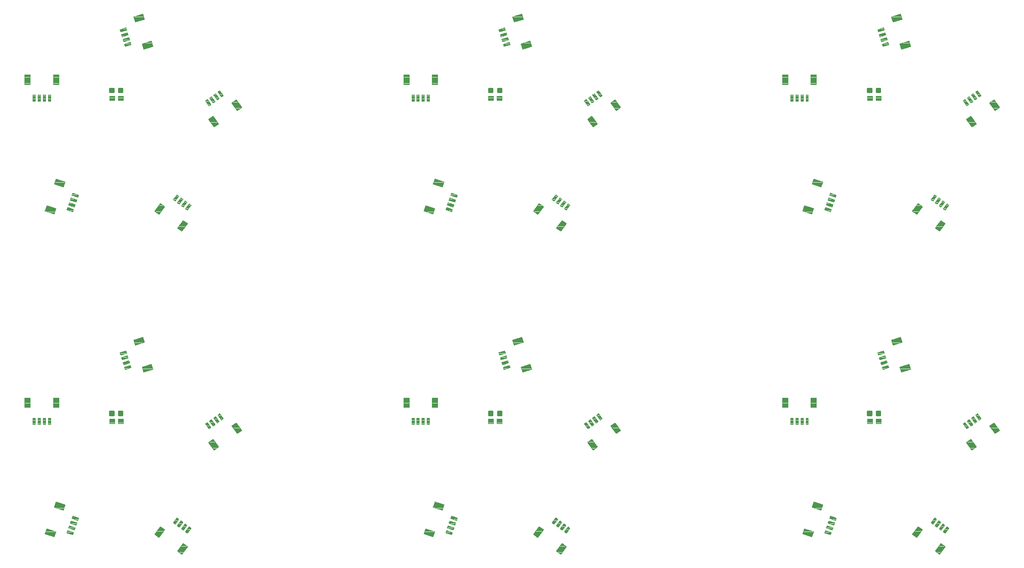
<source format=gtp>
G04 EAGLE Gerber RS-274X export*
G75*
%MOMM*%
%FSLAX34Y34*%
%LPD*%
%INSolderpaste Top*%
%IPPOS*%
%AMOC8*
5,1,8,0,0,1.08239X$1,22.5*%
G01*
%ADD10C,0.096000*%
%ADD11C,0.102000*%
%ADD12C,0.300000*%
%ADD13C,0.100000*%


D10*
X195079Y185553D02*
X198673Y195990D01*
X216675Y189791D01*
X213081Y179354D01*
X195079Y185553D01*
X210433Y180266D02*
X213395Y180266D01*
X213709Y181178D02*
X207784Y181178D01*
X205136Y182090D02*
X214023Y182090D01*
X214337Y183002D02*
X202487Y183002D01*
X199839Y183914D02*
X214651Y183914D01*
X214965Y184826D02*
X197190Y184826D01*
X195143Y185738D02*
X215279Y185738D01*
X215593Y186650D02*
X195457Y186650D01*
X195771Y187562D02*
X215907Y187562D01*
X216221Y188474D02*
X196085Y188474D01*
X196399Y189386D02*
X216536Y189386D01*
X215203Y190298D02*
X196713Y190298D01*
X197027Y191210D02*
X212554Y191210D01*
X209906Y192122D02*
X197341Y192122D01*
X197655Y193034D02*
X207257Y193034D01*
X204609Y193946D02*
X197969Y193946D01*
X198283Y194858D02*
X201960Y194858D01*
X199312Y195770D02*
X198597Y195770D01*
X180441Y143041D02*
X176847Y132604D01*
X180441Y143041D02*
X198443Y136842D01*
X194849Y126405D01*
X176847Y132604D01*
X192201Y127317D02*
X195163Y127317D01*
X195477Y128229D02*
X189552Y128229D01*
X186904Y129141D02*
X195791Y129141D01*
X196105Y130053D02*
X184255Y130053D01*
X181607Y130965D02*
X196419Y130965D01*
X196733Y131877D02*
X178958Y131877D01*
X176911Y132789D02*
X197047Y132789D01*
X197361Y133701D02*
X177225Y133701D01*
X177539Y134613D02*
X197675Y134613D01*
X197989Y135525D02*
X177853Y135525D01*
X178167Y136437D02*
X198304Y136437D01*
X196971Y137349D02*
X178481Y137349D01*
X178795Y138261D02*
X194322Y138261D01*
X191674Y139173D02*
X179109Y139173D01*
X179423Y140085D02*
X189025Y140085D01*
X186377Y140997D02*
X179737Y140997D01*
X180051Y141909D02*
X183728Y141909D01*
X181080Y142821D02*
X180365Y142821D01*
D11*
X229682Y163094D02*
X231303Y167801D01*
X243102Y163738D01*
X241481Y159031D01*
X229682Y163094D01*
X238667Y160000D02*
X241815Y160000D01*
X242148Y160969D02*
X235853Y160969D01*
X233039Y161938D02*
X242482Y161938D01*
X242816Y162907D02*
X230225Y162907D01*
X229951Y163876D02*
X242701Y163876D01*
X239887Y164845D02*
X230285Y164845D01*
X230619Y165814D02*
X237073Y165814D01*
X234259Y166783D02*
X230952Y166783D01*
X231286Y167752D02*
X231445Y167752D01*
X228047Y158346D02*
X226426Y153639D01*
X228047Y158346D02*
X239846Y154283D01*
X238225Y149576D01*
X226426Y153639D01*
X235411Y150545D02*
X238559Y150545D01*
X238892Y151514D02*
X232597Y151514D01*
X229783Y152483D02*
X239226Y152483D01*
X239560Y153452D02*
X226969Y153452D01*
X226695Y154421D02*
X239445Y154421D01*
X236631Y155390D02*
X227029Y155390D01*
X227363Y156359D02*
X233817Y156359D01*
X231003Y157328D02*
X227696Y157328D01*
X228030Y158297D02*
X228189Y158297D01*
X224792Y148891D02*
X223171Y144184D01*
X224792Y148891D02*
X236591Y144828D01*
X234970Y140121D01*
X223171Y144184D01*
X232156Y141090D02*
X235304Y141090D01*
X235637Y142059D02*
X229342Y142059D01*
X226528Y143028D02*
X235971Y143028D01*
X236305Y143997D02*
X223714Y143997D01*
X223440Y144966D02*
X236190Y144966D01*
X233376Y145935D02*
X223774Y145935D01*
X224108Y146904D02*
X230562Y146904D01*
X227748Y147873D02*
X224441Y147873D01*
X224775Y148842D02*
X224934Y148842D01*
X221536Y139436D02*
X219915Y134729D01*
X221536Y139436D02*
X233335Y135373D01*
X231714Y130666D01*
X219915Y134729D01*
X228900Y131635D02*
X232048Y131635D01*
X232381Y132604D02*
X226086Y132604D01*
X223272Y133573D02*
X232715Y133573D01*
X233049Y134542D02*
X220458Y134542D01*
X220184Y135511D02*
X232934Y135511D01*
X230120Y136480D02*
X220518Y136480D01*
X220852Y137449D02*
X227306Y137449D01*
X224492Y138418D02*
X221185Y138418D01*
X221519Y139387D02*
X221678Y139387D01*
D10*
X392941Y131978D02*
X401816Y125411D01*
X392941Y131978D02*
X404266Y147283D01*
X413141Y140716D01*
X401816Y125411D01*
X402491Y126323D02*
X400583Y126323D01*
X399351Y127235D02*
X403166Y127235D01*
X403841Y128147D02*
X398118Y128147D01*
X396886Y129059D02*
X404515Y129059D01*
X405190Y129971D02*
X395653Y129971D01*
X394421Y130883D02*
X405865Y130883D01*
X406540Y131795D02*
X393188Y131795D01*
X393480Y132707D02*
X407215Y132707D01*
X407890Y133619D02*
X394155Y133619D01*
X394830Y134531D02*
X408564Y134531D01*
X409239Y135443D02*
X395505Y135443D01*
X396180Y136355D02*
X409914Y136355D01*
X410589Y137267D02*
X396855Y137267D01*
X397529Y138179D02*
X411264Y138179D01*
X411939Y139091D02*
X398204Y139091D01*
X398879Y140003D02*
X412613Y140003D01*
X412872Y140915D02*
X399554Y140915D01*
X400229Y141827D02*
X411640Y141827D01*
X410407Y142739D02*
X400904Y142739D01*
X401578Y143651D02*
X409174Y143651D01*
X407942Y144563D02*
X402253Y144563D01*
X402928Y145475D02*
X406709Y145475D01*
X405477Y146387D02*
X403603Y146387D01*
X437957Y98668D02*
X446832Y92101D01*
X437957Y98668D02*
X449282Y113973D01*
X458157Y107406D01*
X446832Y92101D01*
X447507Y93013D02*
X445599Y93013D01*
X444367Y93925D02*
X448182Y93925D01*
X448857Y94837D02*
X443134Y94837D01*
X441902Y95749D02*
X449531Y95749D01*
X450206Y96661D02*
X440669Y96661D01*
X439437Y97573D02*
X450881Y97573D01*
X451556Y98485D02*
X438204Y98485D01*
X438496Y99397D02*
X452231Y99397D01*
X452906Y100309D02*
X439171Y100309D01*
X439846Y101221D02*
X453580Y101221D01*
X454255Y102133D02*
X440521Y102133D01*
X441196Y103045D02*
X454930Y103045D01*
X455605Y103957D02*
X441871Y103957D01*
X442545Y104869D02*
X456280Y104869D01*
X456955Y105781D02*
X443220Y105781D01*
X443895Y106693D02*
X457629Y106693D01*
X457888Y107605D02*
X444570Y107605D01*
X445245Y108517D02*
X456656Y108517D01*
X455423Y109429D02*
X445920Y109429D01*
X446594Y110341D02*
X454190Y110341D01*
X452958Y111253D02*
X447269Y111253D01*
X447944Y112165D02*
X451725Y112165D01*
X450493Y113077D02*
X448619Y113077D01*
D11*
X433640Y151659D02*
X429637Y154622D01*
X437060Y164653D01*
X441063Y161690D01*
X433640Y151659D01*
X434357Y152628D02*
X432331Y152628D01*
X431022Y153597D02*
X435074Y153597D01*
X435791Y154566D02*
X429713Y154566D01*
X430313Y155535D02*
X436508Y155535D01*
X437225Y156504D02*
X431030Y156504D01*
X431747Y157473D02*
X437942Y157473D01*
X438659Y158442D02*
X432464Y158442D01*
X433181Y159411D02*
X439377Y159411D01*
X440094Y160380D02*
X433898Y160380D01*
X434615Y161349D02*
X440811Y161349D01*
X440215Y162318D02*
X435332Y162318D01*
X436049Y163287D02*
X438905Y163287D01*
X437596Y164256D02*
X436766Y164256D01*
X437676Y148673D02*
X441679Y145710D01*
X437676Y148673D02*
X445099Y158704D01*
X449102Y155741D01*
X441679Y145710D01*
X442396Y146679D02*
X440370Y146679D01*
X439061Y147648D02*
X443113Y147648D01*
X443830Y148617D02*
X437752Y148617D01*
X438352Y149586D02*
X444547Y149586D01*
X445264Y150555D02*
X439069Y150555D01*
X439786Y151524D02*
X445981Y151524D01*
X446698Y152493D02*
X440503Y152493D01*
X441220Y153462D02*
X447416Y153462D01*
X448133Y154431D02*
X441937Y154431D01*
X442654Y155400D02*
X448850Y155400D01*
X448254Y156369D02*
X443371Y156369D01*
X444088Y157338D02*
X446944Y157338D01*
X445635Y158307D02*
X444805Y158307D01*
X445715Y142725D02*
X449718Y139762D01*
X445715Y142725D02*
X453138Y152756D01*
X457141Y149793D01*
X449718Y139762D01*
X450435Y140731D02*
X448409Y140731D01*
X447100Y141700D02*
X451152Y141700D01*
X451869Y142669D02*
X445791Y142669D01*
X446391Y143638D02*
X452586Y143638D01*
X453303Y144607D02*
X447108Y144607D01*
X447825Y145576D02*
X454020Y145576D01*
X454737Y146545D02*
X448542Y146545D01*
X449259Y147514D02*
X455455Y147514D01*
X456172Y148483D02*
X449976Y148483D01*
X450693Y149452D02*
X456889Y149452D01*
X456293Y150421D02*
X451410Y150421D01*
X452127Y151390D02*
X454983Y151390D01*
X453674Y152359D02*
X452844Y152359D01*
X453753Y136777D02*
X457756Y133814D01*
X453753Y136777D02*
X461176Y146808D01*
X465179Y143845D01*
X457756Y133814D01*
X458473Y134783D02*
X456447Y134783D01*
X455138Y135752D02*
X459190Y135752D01*
X459907Y136721D02*
X453829Y136721D01*
X454429Y137690D02*
X460624Y137690D01*
X461341Y138659D02*
X455146Y138659D01*
X455863Y139628D02*
X462058Y139628D01*
X462775Y140597D02*
X456580Y140597D01*
X457297Y141566D02*
X463493Y141566D01*
X464210Y142535D02*
X458014Y142535D01*
X458731Y143504D02*
X464927Y143504D01*
X464331Y144473D02*
X459448Y144473D01*
X460165Y145442D02*
X463021Y145442D01*
X461712Y146411D02*
X460882Y146411D01*
D10*
X510488Y297840D02*
X519476Y304251D01*
X510488Y297840D02*
X499432Y313339D01*
X508420Y319750D01*
X519476Y304251D01*
X511767Y298752D02*
X509837Y298752D01*
X509187Y299664D02*
X513045Y299664D01*
X514324Y300576D02*
X508536Y300576D01*
X507886Y301488D02*
X515602Y301488D01*
X516881Y302400D02*
X507235Y302400D01*
X506585Y303312D02*
X518160Y303312D01*
X519438Y304224D02*
X505934Y304224D01*
X505283Y305136D02*
X518845Y305136D01*
X518194Y306048D02*
X504633Y306048D01*
X503982Y306960D02*
X517544Y306960D01*
X516893Y307872D02*
X503332Y307872D01*
X502681Y308784D02*
X516242Y308784D01*
X515592Y309696D02*
X502031Y309696D01*
X501380Y310608D02*
X514941Y310608D01*
X514291Y311520D02*
X500730Y311520D01*
X500079Y312432D02*
X513640Y312432D01*
X512990Y313344D02*
X499439Y313344D01*
X500718Y314256D02*
X512339Y314256D01*
X511689Y315168D02*
X501996Y315168D01*
X503275Y316080D02*
X511038Y316080D01*
X510387Y316992D02*
X504553Y316992D01*
X505832Y317904D02*
X509737Y317904D01*
X509086Y318816D02*
X507111Y318816D01*
X508389Y319728D02*
X508436Y319728D01*
X556079Y330359D02*
X565067Y336770D01*
X556079Y330359D02*
X545023Y345858D01*
X554011Y352269D01*
X565067Y336770D01*
X557358Y331271D02*
X555428Y331271D01*
X554778Y332183D02*
X558636Y332183D01*
X559915Y333095D02*
X554127Y333095D01*
X553477Y334007D02*
X561193Y334007D01*
X562472Y334919D02*
X552826Y334919D01*
X552176Y335831D02*
X563751Y335831D01*
X565029Y336743D02*
X551525Y336743D01*
X550874Y337655D02*
X564436Y337655D01*
X563785Y338567D02*
X550224Y338567D01*
X549573Y339479D02*
X563135Y339479D01*
X562484Y340391D02*
X548923Y340391D01*
X548272Y341303D02*
X561833Y341303D01*
X561183Y342215D02*
X547622Y342215D01*
X546971Y343127D02*
X560532Y343127D01*
X559882Y344039D02*
X546321Y344039D01*
X545670Y344951D02*
X559231Y344951D01*
X558581Y345863D02*
X545030Y345863D01*
X546309Y346775D02*
X557930Y346775D01*
X557280Y347687D02*
X547587Y347687D01*
X548866Y348599D02*
X556629Y348599D01*
X555978Y349511D02*
X550144Y349511D01*
X551423Y350423D02*
X555328Y350423D01*
X554677Y351335D02*
X552702Y351335D01*
X553980Y352247D02*
X554027Y352247D01*
D11*
X504347Y342629D02*
X500293Y339737D01*
X493047Y349897D01*
X497101Y352789D01*
X504347Y342629D01*
X501651Y340706D02*
X499602Y340706D01*
X498911Y341675D02*
X503010Y341675D01*
X504336Y342644D02*
X498220Y342644D01*
X497529Y343613D02*
X503645Y343613D01*
X502954Y344582D02*
X496838Y344582D01*
X496147Y345551D02*
X502263Y345551D01*
X501572Y346520D02*
X495455Y346520D01*
X494764Y347489D02*
X500881Y347489D01*
X500190Y348458D02*
X494073Y348458D01*
X493382Y349427D02*
X499499Y349427D01*
X498808Y350396D02*
X493746Y350396D01*
X495105Y351365D02*
X498117Y351365D01*
X497426Y352334D02*
X496463Y352334D01*
X508434Y345544D02*
X512488Y348436D01*
X508434Y345544D02*
X501188Y355704D01*
X505242Y358596D01*
X512488Y348436D01*
X509792Y346513D02*
X507743Y346513D01*
X507052Y347482D02*
X511151Y347482D01*
X512477Y348451D02*
X506361Y348451D01*
X505670Y349420D02*
X511786Y349420D01*
X511095Y350389D02*
X504979Y350389D01*
X504288Y351358D02*
X510404Y351358D01*
X509713Y352327D02*
X503596Y352327D01*
X502905Y353296D02*
X509022Y353296D01*
X508331Y354265D02*
X502214Y354265D01*
X501523Y355234D02*
X507640Y355234D01*
X506949Y356203D02*
X501887Y356203D01*
X503246Y357172D02*
X506258Y357172D01*
X505567Y358141D02*
X504604Y358141D01*
X516575Y351351D02*
X520629Y354243D01*
X516575Y351351D02*
X509329Y361511D01*
X513383Y364403D01*
X520629Y354243D01*
X517933Y352320D02*
X515884Y352320D01*
X515193Y353289D02*
X519292Y353289D01*
X520618Y354258D02*
X514502Y354258D01*
X513811Y355227D02*
X519927Y355227D01*
X519236Y356196D02*
X513120Y356196D01*
X512429Y357165D02*
X518545Y357165D01*
X517854Y358134D02*
X511737Y358134D01*
X511046Y359103D02*
X517163Y359103D01*
X516472Y360072D02*
X510355Y360072D01*
X509664Y361041D02*
X515781Y361041D01*
X515090Y362010D02*
X510028Y362010D01*
X511387Y362979D02*
X514399Y362979D01*
X513708Y363948D02*
X512745Y363948D01*
X524716Y357158D02*
X528770Y360050D01*
X524716Y357158D02*
X517470Y367318D01*
X521524Y370210D01*
X528770Y360050D01*
X526074Y358127D02*
X524025Y358127D01*
X523334Y359096D02*
X527433Y359096D01*
X528759Y360065D02*
X522643Y360065D01*
X521952Y361034D02*
X528068Y361034D01*
X527377Y362003D02*
X521261Y362003D01*
X520570Y362972D02*
X526686Y362972D01*
X525995Y363941D02*
X519878Y363941D01*
X519187Y364910D02*
X525304Y364910D01*
X524613Y365879D02*
X518496Y365879D01*
X517805Y366848D02*
X523922Y366848D01*
X523231Y367817D02*
X518169Y367817D01*
X519528Y368786D02*
X522540Y368786D01*
X521849Y369755D02*
X520886Y369755D01*
D10*
X204069Y401243D02*
X193029Y401243D01*
X204069Y401243D02*
X204069Y382203D01*
X193029Y382203D01*
X193029Y401243D01*
X193029Y383115D02*
X204069Y383115D01*
X204069Y384027D02*
X193029Y384027D01*
X193029Y384939D02*
X204069Y384939D01*
X204069Y385851D02*
X193029Y385851D01*
X193029Y386763D02*
X204069Y386763D01*
X204069Y387675D02*
X193029Y387675D01*
X193029Y388587D02*
X204069Y388587D01*
X204069Y389499D02*
X193029Y389499D01*
X193029Y390411D02*
X204069Y390411D01*
X204069Y391323D02*
X193029Y391323D01*
X193029Y392235D02*
X204069Y392235D01*
X204069Y393147D02*
X193029Y393147D01*
X193029Y394059D02*
X204069Y394059D01*
X204069Y394971D02*
X193029Y394971D01*
X193029Y395883D02*
X204069Y395883D01*
X204069Y396795D02*
X193029Y396795D01*
X193029Y397707D02*
X204069Y397707D01*
X204069Y398619D02*
X193029Y398619D01*
X193029Y399531D02*
X204069Y399531D01*
X204069Y400443D02*
X193029Y400443D01*
X148069Y401243D02*
X137029Y401243D01*
X148069Y401243D02*
X148069Y382203D01*
X137029Y382203D01*
X137029Y401243D01*
X137029Y383115D02*
X148069Y383115D01*
X148069Y384027D02*
X137029Y384027D01*
X137029Y384939D02*
X148069Y384939D01*
X148069Y385851D02*
X137029Y385851D01*
X137029Y386763D02*
X148069Y386763D01*
X148069Y387675D02*
X137029Y387675D01*
X137029Y388587D02*
X148069Y388587D01*
X148069Y389499D02*
X137029Y389499D01*
X137029Y390411D02*
X148069Y390411D01*
X148069Y391323D02*
X137029Y391323D01*
X137029Y392235D02*
X148069Y392235D01*
X148069Y393147D02*
X137029Y393147D01*
X137029Y394059D02*
X148069Y394059D01*
X148069Y394971D02*
X137029Y394971D01*
X137029Y395883D02*
X148069Y395883D01*
X148069Y396795D02*
X137029Y396795D01*
X137029Y397707D02*
X148069Y397707D01*
X148069Y398619D02*
X137029Y398619D01*
X137029Y399531D02*
X148069Y399531D01*
X148069Y400443D02*
X137029Y400443D01*
D11*
X183059Y361213D02*
X188039Y361213D01*
X188039Y348733D01*
X183059Y348733D01*
X183059Y361213D01*
X183059Y349702D02*
X188039Y349702D01*
X188039Y350671D02*
X183059Y350671D01*
X183059Y351640D02*
X188039Y351640D01*
X188039Y352609D02*
X183059Y352609D01*
X183059Y353578D02*
X188039Y353578D01*
X188039Y354547D02*
X183059Y354547D01*
X183059Y355516D02*
X188039Y355516D01*
X188039Y356485D02*
X183059Y356485D01*
X183059Y357454D02*
X188039Y357454D01*
X188039Y358423D02*
X183059Y358423D01*
X183059Y359392D02*
X188039Y359392D01*
X188039Y360361D02*
X183059Y360361D01*
X178039Y361213D02*
X173059Y361213D01*
X178039Y361213D02*
X178039Y348733D01*
X173059Y348733D01*
X173059Y361213D01*
X173059Y349702D02*
X178039Y349702D01*
X178039Y350671D02*
X173059Y350671D01*
X173059Y351640D02*
X178039Y351640D01*
X178039Y352609D02*
X173059Y352609D01*
X173059Y353578D02*
X178039Y353578D01*
X178039Y354547D02*
X173059Y354547D01*
X173059Y355516D02*
X178039Y355516D01*
X178039Y356485D02*
X173059Y356485D01*
X173059Y357454D02*
X178039Y357454D01*
X178039Y358423D02*
X173059Y358423D01*
X173059Y359392D02*
X178039Y359392D01*
X178039Y360361D02*
X173059Y360361D01*
X168039Y361213D02*
X163059Y361213D01*
X168039Y361213D02*
X168039Y348733D01*
X163059Y348733D01*
X163059Y361213D01*
X163059Y349702D02*
X168039Y349702D01*
X168039Y350671D02*
X163059Y350671D01*
X163059Y351640D02*
X168039Y351640D01*
X168039Y352609D02*
X163059Y352609D01*
X163059Y353578D02*
X168039Y353578D01*
X168039Y354547D02*
X163059Y354547D01*
X163059Y355516D02*
X168039Y355516D01*
X168039Y356485D02*
X163059Y356485D01*
X163059Y357454D02*
X168039Y357454D01*
X168039Y358423D02*
X163059Y358423D01*
X163059Y359392D02*
X168039Y359392D01*
X168039Y360361D02*
X163059Y360361D01*
X158039Y361213D02*
X153059Y361213D01*
X158039Y361213D02*
X158039Y348733D01*
X153059Y348733D01*
X153059Y361213D01*
X153059Y349702D02*
X158039Y349702D01*
X158039Y350671D02*
X153059Y350671D01*
X153059Y351640D02*
X158039Y351640D01*
X158039Y352609D02*
X153059Y352609D01*
X153059Y353578D02*
X158039Y353578D01*
X158039Y354547D02*
X153059Y354547D01*
X153059Y355516D02*
X158039Y355516D01*
X158039Y356485D02*
X153059Y356485D01*
X153059Y357454D02*
X158039Y357454D01*
X158039Y358423D02*
X153059Y358423D01*
X153059Y359392D02*
X158039Y359392D01*
X158039Y360361D02*
X153059Y360361D01*
D12*
X323138Y366713D02*
X323138Y373713D01*
X330138Y373713D01*
X330138Y366713D01*
X323138Y366713D01*
X323138Y369563D02*
X330138Y369563D01*
X330138Y372413D02*
X323138Y372413D01*
X305598Y373713D02*
X305598Y366713D01*
X305598Y373713D02*
X312598Y373713D01*
X312598Y366713D01*
X305598Y366713D01*
X305598Y369563D02*
X312598Y369563D01*
X312598Y372413D02*
X305598Y372413D01*
D13*
X304368Y350473D02*
X314368Y350473D01*
X304368Y350473D02*
X304368Y359473D01*
X314368Y359473D01*
X314368Y350473D01*
X314368Y351423D02*
X304368Y351423D01*
X304368Y352373D02*
X314368Y352373D01*
X314368Y353323D02*
X304368Y353323D01*
X304368Y354273D02*
X314368Y354273D01*
X314368Y355223D02*
X304368Y355223D01*
X304368Y356173D02*
X314368Y356173D01*
X314368Y357123D02*
X304368Y357123D01*
X304368Y358073D02*
X314368Y358073D01*
X314368Y359023D02*
X304368Y359023D01*
X321368Y350473D02*
X331368Y350473D01*
X321368Y350473D02*
X321368Y359473D01*
X331368Y359473D01*
X331368Y350473D01*
X331368Y351423D02*
X321368Y351423D01*
X321368Y352373D02*
X331368Y352373D01*
X331368Y353323D02*
X321368Y353323D01*
X321368Y354273D02*
X331368Y354273D01*
X331368Y355223D02*
X321368Y355223D01*
X321368Y356173D02*
X331368Y356173D01*
X331368Y357123D02*
X321368Y357123D01*
X321368Y358073D02*
X331368Y358073D01*
X331368Y359023D02*
X321368Y359023D01*
D10*
X389825Y457474D02*
X386523Y468008D01*
X389825Y457474D02*
X371657Y451780D01*
X368355Y462314D01*
X386523Y468008D01*
X374567Y452692D02*
X371371Y452692D01*
X371085Y453604D02*
X377477Y453604D01*
X380387Y454516D02*
X370799Y454516D01*
X370513Y455428D02*
X383297Y455428D01*
X386207Y456340D02*
X370228Y456340D01*
X369942Y457252D02*
X389117Y457252D01*
X389609Y458164D02*
X369656Y458164D01*
X369370Y459076D02*
X389323Y459076D01*
X389037Y459988D02*
X369084Y459988D01*
X368798Y460900D02*
X388751Y460900D01*
X388465Y461812D02*
X368512Y461812D01*
X369663Y462724D02*
X388179Y462724D01*
X387893Y463636D02*
X372573Y463636D01*
X375483Y464548D02*
X387608Y464548D01*
X387322Y465460D02*
X378393Y465460D01*
X381303Y466372D02*
X387036Y466372D01*
X386750Y467284D02*
X384213Y467284D01*
X373079Y510912D02*
X369777Y521446D01*
X373079Y510912D02*
X354911Y505218D01*
X351609Y515752D01*
X369777Y521446D01*
X357821Y506130D02*
X354625Y506130D01*
X354339Y507042D02*
X360731Y507042D01*
X363641Y507954D02*
X354053Y507954D01*
X353767Y508866D02*
X366551Y508866D01*
X369461Y509778D02*
X353482Y509778D01*
X353196Y510690D02*
X372371Y510690D01*
X372863Y511602D02*
X352910Y511602D01*
X352624Y512514D02*
X372577Y512514D01*
X372291Y513426D02*
X352338Y513426D01*
X352052Y514338D02*
X372005Y514338D01*
X371719Y515250D02*
X351766Y515250D01*
X352917Y516162D02*
X371433Y516162D01*
X371147Y517074D02*
X355827Y517074D01*
X358737Y517986D02*
X370862Y517986D01*
X370576Y518898D02*
X361647Y518898D01*
X364557Y519810D02*
X370290Y519810D01*
X370004Y520722D02*
X367467Y520722D01*
D11*
X345343Y465552D02*
X346833Y460800D01*
X334925Y457068D01*
X333435Y461820D01*
X345343Y465552D01*
X338017Y458037D02*
X334621Y458037D01*
X334317Y459006D02*
X341109Y459006D01*
X344201Y459975D02*
X334014Y459975D01*
X333710Y460944D02*
X346788Y460944D01*
X346484Y461913D02*
X333732Y461913D01*
X336824Y462882D02*
X346180Y462882D01*
X345876Y463851D02*
X339915Y463851D01*
X343007Y464820D02*
X345573Y464820D01*
X343843Y470342D02*
X342353Y475094D01*
X343843Y470342D02*
X331935Y466610D01*
X330445Y471362D01*
X342353Y475094D01*
X335027Y467579D02*
X331631Y467579D01*
X331327Y468548D02*
X338119Y468548D01*
X341211Y469517D02*
X331024Y469517D01*
X330720Y470486D02*
X343798Y470486D01*
X343494Y471455D02*
X330742Y471455D01*
X333834Y472424D02*
X343190Y472424D01*
X342886Y473393D02*
X336925Y473393D01*
X340017Y474362D02*
X342583Y474362D01*
X340852Y479885D02*
X339362Y484637D01*
X340852Y479885D02*
X328944Y476153D01*
X327454Y480905D01*
X339362Y484637D01*
X332036Y477122D02*
X328640Y477122D01*
X328336Y478091D02*
X335128Y478091D01*
X338220Y479060D02*
X328033Y479060D01*
X327729Y480029D02*
X340807Y480029D01*
X340503Y480998D02*
X327751Y480998D01*
X330843Y481967D02*
X340199Y481967D01*
X339895Y482936D02*
X333934Y482936D01*
X337026Y483905D02*
X339592Y483905D01*
X337862Y489427D02*
X336372Y494179D01*
X337862Y489427D02*
X325954Y485695D01*
X324464Y490447D01*
X336372Y494179D01*
X329046Y486664D02*
X325650Y486664D01*
X325346Y487633D02*
X332138Y487633D01*
X335230Y488602D02*
X325043Y488602D01*
X324739Y489571D02*
X337817Y489571D01*
X337513Y490540D02*
X324761Y490540D01*
X327853Y491509D02*
X337209Y491509D01*
X336905Y492478D02*
X330944Y492478D01*
X334036Y493447D02*
X336602Y493447D01*
D10*
X945763Y195990D02*
X942169Y185553D01*
X945763Y195990D02*
X963765Y189791D01*
X960171Y179354D01*
X942169Y185553D01*
X957523Y180266D02*
X960485Y180266D01*
X960799Y181178D02*
X954874Y181178D01*
X952226Y182090D02*
X961113Y182090D01*
X961427Y183002D02*
X949577Y183002D01*
X946929Y183914D02*
X961741Y183914D01*
X962055Y184826D02*
X944280Y184826D01*
X942233Y185738D02*
X962369Y185738D01*
X962683Y186650D02*
X942547Y186650D01*
X942861Y187562D02*
X962997Y187562D01*
X963311Y188474D02*
X943175Y188474D01*
X943489Y189386D02*
X963626Y189386D01*
X962293Y190298D02*
X943803Y190298D01*
X944117Y191210D02*
X959644Y191210D01*
X956996Y192122D02*
X944431Y192122D01*
X944745Y193034D02*
X954347Y193034D01*
X951699Y193946D02*
X945059Y193946D01*
X945373Y194858D02*
X949050Y194858D01*
X946402Y195770D02*
X945687Y195770D01*
X927531Y143041D02*
X923937Y132604D01*
X927531Y143041D02*
X945533Y136842D01*
X941939Y126405D01*
X923937Y132604D01*
X939291Y127317D02*
X942253Y127317D01*
X942567Y128229D02*
X936642Y128229D01*
X933994Y129141D02*
X942881Y129141D01*
X943195Y130053D02*
X931345Y130053D01*
X928697Y130965D02*
X943509Y130965D01*
X943823Y131877D02*
X926048Y131877D01*
X924001Y132789D02*
X944137Y132789D01*
X944451Y133701D02*
X924315Y133701D01*
X924629Y134613D02*
X944765Y134613D01*
X945079Y135525D02*
X924943Y135525D01*
X925257Y136437D02*
X945394Y136437D01*
X944061Y137349D02*
X925571Y137349D01*
X925885Y138261D02*
X941412Y138261D01*
X938764Y139173D02*
X926199Y139173D01*
X926513Y140085D02*
X936115Y140085D01*
X933467Y140997D02*
X926827Y140997D01*
X927141Y141909D02*
X930818Y141909D01*
X928170Y142821D02*
X927455Y142821D01*
D11*
X976772Y163094D02*
X978393Y167801D01*
X990192Y163738D01*
X988571Y159031D01*
X976772Y163094D01*
X985757Y160000D02*
X988905Y160000D01*
X989238Y160969D02*
X982943Y160969D01*
X980129Y161938D02*
X989572Y161938D01*
X989906Y162907D02*
X977315Y162907D01*
X977041Y163876D02*
X989791Y163876D01*
X986977Y164845D02*
X977375Y164845D01*
X977709Y165814D02*
X984163Y165814D01*
X981349Y166783D02*
X978042Y166783D01*
X978376Y167752D02*
X978535Y167752D01*
X975137Y158346D02*
X973516Y153639D01*
X975137Y158346D02*
X986936Y154283D01*
X985315Y149576D01*
X973516Y153639D01*
X982501Y150545D02*
X985649Y150545D01*
X985982Y151514D02*
X979687Y151514D01*
X976873Y152483D02*
X986316Y152483D01*
X986650Y153452D02*
X974059Y153452D01*
X973785Y154421D02*
X986535Y154421D01*
X983721Y155390D02*
X974119Y155390D01*
X974453Y156359D02*
X980907Y156359D01*
X978093Y157328D02*
X974786Y157328D01*
X975120Y158297D02*
X975279Y158297D01*
X971882Y148891D02*
X970261Y144184D01*
X971882Y148891D02*
X983681Y144828D01*
X982060Y140121D01*
X970261Y144184D01*
X979246Y141090D02*
X982394Y141090D01*
X982727Y142059D02*
X976432Y142059D01*
X973618Y143028D02*
X983061Y143028D01*
X983395Y143997D02*
X970804Y143997D01*
X970530Y144966D02*
X983280Y144966D01*
X980466Y145935D02*
X970864Y145935D01*
X971198Y146904D02*
X977652Y146904D01*
X974838Y147873D02*
X971531Y147873D01*
X971865Y148842D02*
X972024Y148842D01*
X968626Y139436D02*
X967005Y134729D01*
X968626Y139436D02*
X980425Y135373D01*
X978804Y130666D01*
X967005Y134729D01*
X975990Y131635D02*
X979138Y131635D01*
X979471Y132604D02*
X973176Y132604D01*
X970362Y133573D02*
X979805Y133573D01*
X980139Y134542D02*
X967548Y134542D01*
X967274Y135511D02*
X980024Y135511D01*
X977210Y136480D02*
X967608Y136480D01*
X967942Y137449D02*
X974396Y137449D01*
X971582Y138418D02*
X968275Y138418D01*
X968609Y139387D02*
X968768Y139387D01*
D10*
X1140031Y131978D02*
X1148906Y125411D01*
X1140031Y131978D02*
X1151356Y147283D01*
X1160231Y140716D01*
X1148906Y125411D01*
X1149581Y126323D02*
X1147673Y126323D01*
X1146441Y127235D02*
X1150256Y127235D01*
X1150931Y128147D02*
X1145208Y128147D01*
X1143976Y129059D02*
X1151605Y129059D01*
X1152280Y129971D02*
X1142743Y129971D01*
X1141511Y130883D02*
X1152955Y130883D01*
X1153630Y131795D02*
X1140278Y131795D01*
X1140570Y132707D02*
X1154305Y132707D01*
X1154980Y133619D02*
X1141245Y133619D01*
X1141920Y134531D02*
X1155654Y134531D01*
X1156329Y135443D02*
X1142595Y135443D01*
X1143270Y136355D02*
X1157004Y136355D01*
X1157679Y137267D02*
X1143945Y137267D01*
X1144619Y138179D02*
X1158354Y138179D01*
X1159029Y139091D02*
X1145294Y139091D01*
X1145969Y140003D02*
X1159703Y140003D01*
X1159962Y140915D02*
X1146644Y140915D01*
X1147319Y141827D02*
X1158730Y141827D01*
X1157497Y142739D02*
X1147994Y142739D01*
X1148668Y143651D02*
X1156264Y143651D01*
X1155032Y144563D02*
X1149343Y144563D01*
X1150018Y145475D02*
X1153799Y145475D01*
X1152567Y146387D02*
X1150693Y146387D01*
X1185047Y98668D02*
X1193922Y92101D01*
X1185047Y98668D02*
X1196372Y113973D01*
X1205247Y107406D01*
X1193922Y92101D01*
X1194597Y93013D02*
X1192689Y93013D01*
X1191457Y93925D02*
X1195272Y93925D01*
X1195947Y94837D02*
X1190224Y94837D01*
X1188992Y95749D02*
X1196621Y95749D01*
X1197296Y96661D02*
X1187759Y96661D01*
X1186527Y97573D02*
X1197971Y97573D01*
X1198646Y98485D02*
X1185294Y98485D01*
X1185586Y99397D02*
X1199321Y99397D01*
X1199996Y100309D02*
X1186261Y100309D01*
X1186936Y101221D02*
X1200670Y101221D01*
X1201345Y102133D02*
X1187611Y102133D01*
X1188286Y103045D02*
X1202020Y103045D01*
X1202695Y103957D02*
X1188961Y103957D01*
X1189635Y104869D02*
X1203370Y104869D01*
X1204045Y105781D02*
X1190310Y105781D01*
X1190985Y106693D02*
X1204719Y106693D01*
X1204978Y107605D02*
X1191660Y107605D01*
X1192335Y108517D02*
X1203746Y108517D01*
X1202513Y109429D02*
X1193010Y109429D01*
X1193684Y110341D02*
X1201280Y110341D01*
X1200048Y111253D02*
X1194359Y111253D01*
X1195034Y112165D02*
X1198815Y112165D01*
X1197583Y113077D02*
X1195709Y113077D01*
D11*
X1180731Y151659D02*
X1176728Y154622D01*
X1184151Y164653D01*
X1188154Y161690D01*
X1180731Y151659D01*
X1181448Y152628D02*
X1179422Y152628D01*
X1178113Y153597D02*
X1182165Y153597D01*
X1182882Y154566D02*
X1176804Y154566D01*
X1177404Y155535D02*
X1183599Y155535D01*
X1184316Y156504D02*
X1178121Y156504D01*
X1178838Y157473D02*
X1185033Y157473D01*
X1185750Y158442D02*
X1179555Y158442D01*
X1180272Y159411D02*
X1186468Y159411D01*
X1187185Y160380D02*
X1180989Y160380D01*
X1181706Y161349D02*
X1187902Y161349D01*
X1187306Y162318D02*
X1182423Y162318D01*
X1183140Y163287D02*
X1185996Y163287D01*
X1184687Y164256D02*
X1183857Y164256D01*
X1184766Y148673D02*
X1188769Y145710D01*
X1184766Y148673D02*
X1192189Y158704D01*
X1196192Y155741D01*
X1188769Y145710D01*
X1189486Y146679D02*
X1187460Y146679D01*
X1186151Y147648D02*
X1190203Y147648D01*
X1190920Y148617D02*
X1184842Y148617D01*
X1185442Y149586D02*
X1191637Y149586D01*
X1192354Y150555D02*
X1186159Y150555D01*
X1186876Y151524D02*
X1193071Y151524D01*
X1193788Y152493D02*
X1187593Y152493D01*
X1188310Y153462D02*
X1194506Y153462D01*
X1195223Y154431D02*
X1189027Y154431D01*
X1189744Y155400D02*
X1195940Y155400D01*
X1195344Y156369D02*
X1190461Y156369D01*
X1191178Y157338D02*
X1194034Y157338D01*
X1192725Y158307D02*
X1191895Y158307D01*
X1192805Y142725D02*
X1196808Y139762D01*
X1192805Y142725D02*
X1200228Y152756D01*
X1204231Y149793D01*
X1196808Y139762D01*
X1197525Y140731D02*
X1195499Y140731D01*
X1194190Y141700D02*
X1198242Y141700D01*
X1198959Y142669D02*
X1192881Y142669D01*
X1193481Y143638D02*
X1199676Y143638D01*
X1200393Y144607D02*
X1194198Y144607D01*
X1194915Y145576D02*
X1201110Y145576D01*
X1201827Y146545D02*
X1195632Y146545D01*
X1196349Y147514D02*
X1202545Y147514D01*
X1203262Y148483D02*
X1197066Y148483D01*
X1197783Y149452D02*
X1203979Y149452D01*
X1203383Y150421D02*
X1198500Y150421D01*
X1199217Y151390D02*
X1202073Y151390D01*
X1200764Y152359D02*
X1199934Y152359D01*
X1200843Y136777D02*
X1204846Y133814D01*
X1200843Y136777D02*
X1208266Y146808D01*
X1212269Y143845D01*
X1204846Y133814D01*
X1205563Y134783D02*
X1203537Y134783D01*
X1202228Y135752D02*
X1206280Y135752D01*
X1206997Y136721D02*
X1200919Y136721D01*
X1201519Y137690D02*
X1207714Y137690D01*
X1208431Y138659D02*
X1202236Y138659D01*
X1202953Y139628D02*
X1209148Y139628D01*
X1209865Y140597D02*
X1203670Y140597D01*
X1204387Y141566D02*
X1210583Y141566D01*
X1211300Y142535D02*
X1205104Y142535D01*
X1205821Y143504D02*
X1212017Y143504D01*
X1211421Y144473D02*
X1206538Y144473D01*
X1207255Y145442D02*
X1210111Y145442D01*
X1208802Y146411D02*
X1207972Y146411D01*
D10*
X1257578Y297840D02*
X1266566Y304251D01*
X1257578Y297840D02*
X1246522Y313339D01*
X1255510Y319750D01*
X1266566Y304251D01*
X1258857Y298752D02*
X1256927Y298752D01*
X1256277Y299664D02*
X1260135Y299664D01*
X1261414Y300576D02*
X1255626Y300576D01*
X1254976Y301488D02*
X1262692Y301488D01*
X1263971Y302400D02*
X1254325Y302400D01*
X1253675Y303312D02*
X1265250Y303312D01*
X1266528Y304224D02*
X1253024Y304224D01*
X1252373Y305136D02*
X1265935Y305136D01*
X1265284Y306048D02*
X1251723Y306048D01*
X1251072Y306960D02*
X1264634Y306960D01*
X1263983Y307872D02*
X1250422Y307872D01*
X1249771Y308784D02*
X1263332Y308784D01*
X1262682Y309696D02*
X1249121Y309696D01*
X1248470Y310608D02*
X1262031Y310608D01*
X1261381Y311520D02*
X1247820Y311520D01*
X1247169Y312432D02*
X1260730Y312432D01*
X1260080Y313344D02*
X1246529Y313344D01*
X1247808Y314256D02*
X1259429Y314256D01*
X1258779Y315168D02*
X1249086Y315168D01*
X1250365Y316080D02*
X1258128Y316080D01*
X1257477Y316992D02*
X1251643Y316992D01*
X1252922Y317904D02*
X1256827Y317904D01*
X1256176Y318816D02*
X1254201Y318816D01*
X1255479Y319728D02*
X1255526Y319728D01*
X1303169Y330359D02*
X1312157Y336770D01*
X1303169Y330359D02*
X1292113Y345858D01*
X1301101Y352269D01*
X1312157Y336770D01*
X1304448Y331271D02*
X1302518Y331271D01*
X1301868Y332183D02*
X1305726Y332183D01*
X1307005Y333095D02*
X1301217Y333095D01*
X1300567Y334007D02*
X1308283Y334007D01*
X1309562Y334919D02*
X1299916Y334919D01*
X1299266Y335831D02*
X1310841Y335831D01*
X1312119Y336743D02*
X1298615Y336743D01*
X1297964Y337655D02*
X1311526Y337655D01*
X1310875Y338567D02*
X1297314Y338567D01*
X1296663Y339479D02*
X1310225Y339479D01*
X1309574Y340391D02*
X1296013Y340391D01*
X1295362Y341303D02*
X1308923Y341303D01*
X1308273Y342215D02*
X1294712Y342215D01*
X1294061Y343127D02*
X1307622Y343127D01*
X1306972Y344039D02*
X1293411Y344039D01*
X1292760Y344951D02*
X1306321Y344951D01*
X1305671Y345863D02*
X1292120Y345863D01*
X1293399Y346775D02*
X1305020Y346775D01*
X1304370Y347687D02*
X1294677Y347687D01*
X1295956Y348599D02*
X1303719Y348599D01*
X1303068Y349511D02*
X1297234Y349511D01*
X1298513Y350423D02*
X1302418Y350423D01*
X1301767Y351335D02*
X1299792Y351335D01*
X1301070Y352247D02*
X1301117Y352247D01*
D11*
X1251437Y342629D02*
X1247383Y339737D01*
X1240137Y349897D01*
X1244191Y352789D01*
X1251437Y342629D01*
X1248741Y340706D02*
X1246692Y340706D01*
X1246001Y341675D02*
X1250100Y341675D01*
X1251426Y342644D02*
X1245310Y342644D01*
X1244619Y343613D02*
X1250735Y343613D01*
X1250044Y344582D02*
X1243928Y344582D01*
X1243237Y345551D02*
X1249353Y345551D01*
X1248662Y346520D02*
X1242545Y346520D01*
X1241854Y347489D02*
X1247971Y347489D01*
X1247280Y348458D02*
X1241163Y348458D01*
X1240472Y349427D02*
X1246589Y349427D01*
X1245898Y350396D02*
X1240836Y350396D01*
X1242195Y351365D02*
X1245207Y351365D01*
X1244516Y352334D02*
X1243553Y352334D01*
X1255524Y345544D02*
X1259578Y348436D01*
X1255524Y345544D02*
X1248278Y355704D01*
X1252332Y358596D01*
X1259578Y348436D01*
X1256882Y346513D02*
X1254833Y346513D01*
X1254142Y347482D02*
X1258241Y347482D01*
X1259567Y348451D02*
X1253451Y348451D01*
X1252760Y349420D02*
X1258876Y349420D01*
X1258185Y350389D02*
X1252069Y350389D01*
X1251378Y351358D02*
X1257494Y351358D01*
X1256803Y352327D02*
X1250686Y352327D01*
X1249995Y353296D02*
X1256112Y353296D01*
X1255421Y354265D02*
X1249304Y354265D01*
X1248613Y355234D02*
X1254730Y355234D01*
X1254039Y356203D02*
X1248977Y356203D01*
X1250336Y357172D02*
X1253348Y357172D01*
X1252657Y358141D02*
X1251694Y358141D01*
X1263665Y351351D02*
X1267719Y354243D01*
X1263665Y351351D02*
X1256419Y361511D01*
X1260473Y364403D01*
X1267719Y354243D01*
X1265023Y352320D02*
X1262974Y352320D01*
X1262283Y353289D02*
X1266382Y353289D01*
X1267708Y354258D02*
X1261592Y354258D01*
X1260901Y355227D02*
X1267017Y355227D01*
X1266326Y356196D02*
X1260210Y356196D01*
X1259519Y357165D02*
X1265635Y357165D01*
X1264944Y358134D02*
X1258827Y358134D01*
X1258136Y359103D02*
X1264253Y359103D01*
X1263562Y360072D02*
X1257445Y360072D01*
X1256754Y361041D02*
X1262871Y361041D01*
X1262180Y362010D02*
X1257118Y362010D01*
X1258477Y362979D02*
X1261489Y362979D01*
X1260798Y363948D02*
X1259835Y363948D01*
X1271806Y357158D02*
X1275860Y360050D01*
X1271806Y357158D02*
X1264560Y367318D01*
X1268614Y370210D01*
X1275860Y360050D01*
X1273164Y358127D02*
X1271115Y358127D01*
X1270424Y359096D02*
X1274523Y359096D01*
X1275849Y360065D02*
X1269733Y360065D01*
X1269042Y361034D02*
X1275158Y361034D01*
X1274467Y362003D02*
X1268351Y362003D01*
X1267660Y362972D02*
X1273776Y362972D01*
X1273085Y363941D02*
X1266968Y363941D01*
X1266277Y364910D02*
X1272394Y364910D01*
X1271703Y365879D02*
X1265586Y365879D01*
X1264895Y366848D02*
X1271012Y366848D01*
X1270321Y367817D02*
X1265259Y367817D01*
X1266618Y368786D02*
X1269630Y368786D01*
X1268939Y369755D02*
X1267976Y369755D01*
D10*
X951159Y401243D02*
X940119Y401243D01*
X951159Y401243D02*
X951159Y382203D01*
X940119Y382203D01*
X940119Y401243D01*
X940119Y383115D02*
X951159Y383115D01*
X951159Y384027D02*
X940119Y384027D01*
X940119Y384939D02*
X951159Y384939D01*
X951159Y385851D02*
X940119Y385851D01*
X940119Y386763D02*
X951159Y386763D01*
X951159Y387675D02*
X940119Y387675D01*
X940119Y388587D02*
X951159Y388587D01*
X951159Y389499D02*
X940119Y389499D01*
X940119Y390411D02*
X951159Y390411D01*
X951159Y391323D02*
X940119Y391323D01*
X940119Y392235D02*
X951159Y392235D01*
X951159Y393147D02*
X940119Y393147D01*
X940119Y394059D02*
X951159Y394059D01*
X951159Y394971D02*
X940119Y394971D01*
X940119Y395883D02*
X951159Y395883D01*
X951159Y396795D02*
X940119Y396795D01*
X940119Y397707D02*
X951159Y397707D01*
X951159Y398619D02*
X940119Y398619D01*
X940119Y399531D02*
X951159Y399531D01*
X951159Y400443D02*
X940119Y400443D01*
X895159Y401243D02*
X884119Y401243D01*
X895159Y401243D02*
X895159Y382203D01*
X884119Y382203D01*
X884119Y401243D01*
X884119Y383115D02*
X895159Y383115D01*
X895159Y384027D02*
X884119Y384027D01*
X884119Y384939D02*
X895159Y384939D01*
X895159Y385851D02*
X884119Y385851D01*
X884119Y386763D02*
X895159Y386763D01*
X895159Y387675D02*
X884119Y387675D01*
X884119Y388587D02*
X895159Y388587D01*
X895159Y389499D02*
X884119Y389499D01*
X884119Y390411D02*
X895159Y390411D01*
X895159Y391323D02*
X884119Y391323D01*
X884119Y392235D02*
X895159Y392235D01*
X895159Y393147D02*
X884119Y393147D01*
X884119Y394059D02*
X895159Y394059D01*
X895159Y394971D02*
X884119Y394971D01*
X884119Y395883D02*
X895159Y395883D01*
X895159Y396795D02*
X884119Y396795D01*
X884119Y397707D02*
X895159Y397707D01*
X895159Y398619D02*
X884119Y398619D01*
X884119Y399531D02*
X895159Y399531D01*
X895159Y400443D02*
X884119Y400443D01*
D11*
X930149Y361213D02*
X935129Y361213D01*
X935129Y348733D01*
X930149Y348733D01*
X930149Y361213D01*
X930149Y349702D02*
X935129Y349702D01*
X935129Y350671D02*
X930149Y350671D01*
X930149Y351640D02*
X935129Y351640D01*
X935129Y352609D02*
X930149Y352609D01*
X930149Y353578D02*
X935129Y353578D01*
X935129Y354547D02*
X930149Y354547D01*
X930149Y355516D02*
X935129Y355516D01*
X935129Y356485D02*
X930149Y356485D01*
X930149Y357454D02*
X935129Y357454D01*
X935129Y358423D02*
X930149Y358423D01*
X930149Y359392D02*
X935129Y359392D01*
X935129Y360361D02*
X930149Y360361D01*
X925129Y361213D02*
X920149Y361213D01*
X925129Y361213D02*
X925129Y348733D01*
X920149Y348733D01*
X920149Y361213D01*
X920149Y349702D02*
X925129Y349702D01*
X925129Y350671D02*
X920149Y350671D01*
X920149Y351640D02*
X925129Y351640D01*
X925129Y352609D02*
X920149Y352609D01*
X920149Y353578D02*
X925129Y353578D01*
X925129Y354547D02*
X920149Y354547D01*
X920149Y355516D02*
X925129Y355516D01*
X925129Y356485D02*
X920149Y356485D01*
X920149Y357454D02*
X925129Y357454D01*
X925129Y358423D02*
X920149Y358423D01*
X920149Y359392D02*
X925129Y359392D01*
X925129Y360361D02*
X920149Y360361D01*
X915129Y361213D02*
X910149Y361213D01*
X915129Y361213D02*
X915129Y348733D01*
X910149Y348733D01*
X910149Y361213D01*
X910149Y349702D02*
X915129Y349702D01*
X915129Y350671D02*
X910149Y350671D01*
X910149Y351640D02*
X915129Y351640D01*
X915129Y352609D02*
X910149Y352609D01*
X910149Y353578D02*
X915129Y353578D01*
X915129Y354547D02*
X910149Y354547D01*
X910149Y355516D02*
X915129Y355516D01*
X915129Y356485D02*
X910149Y356485D01*
X910149Y357454D02*
X915129Y357454D01*
X915129Y358423D02*
X910149Y358423D01*
X910149Y359392D02*
X915129Y359392D01*
X915129Y360361D02*
X910149Y360361D01*
X905129Y361213D02*
X900149Y361213D01*
X905129Y361213D02*
X905129Y348733D01*
X900149Y348733D01*
X900149Y361213D01*
X900149Y349702D02*
X905129Y349702D01*
X905129Y350671D02*
X900149Y350671D01*
X900149Y351640D02*
X905129Y351640D01*
X905129Y352609D02*
X900149Y352609D01*
X900149Y353578D02*
X905129Y353578D01*
X905129Y354547D02*
X900149Y354547D01*
X900149Y355516D02*
X905129Y355516D01*
X905129Y356485D02*
X900149Y356485D01*
X900149Y357454D02*
X905129Y357454D01*
X905129Y358423D02*
X900149Y358423D01*
X900149Y359392D02*
X905129Y359392D01*
X905129Y360361D02*
X900149Y360361D01*
D12*
X1070229Y366713D02*
X1070229Y373713D01*
X1077229Y373713D01*
X1077229Y366713D01*
X1070229Y366713D01*
X1070229Y369563D02*
X1077229Y369563D01*
X1077229Y372413D02*
X1070229Y372413D01*
X1052689Y373713D02*
X1052689Y366713D01*
X1052689Y373713D02*
X1059689Y373713D01*
X1059689Y366713D01*
X1052689Y366713D01*
X1052689Y369563D02*
X1059689Y369563D01*
X1059689Y372413D02*
X1052689Y372413D01*
D13*
X1051459Y350473D02*
X1061459Y350473D01*
X1051459Y350473D02*
X1051459Y359473D01*
X1061459Y359473D01*
X1061459Y350473D01*
X1061459Y351423D02*
X1051459Y351423D01*
X1051459Y352373D02*
X1061459Y352373D01*
X1061459Y353323D02*
X1051459Y353323D01*
X1051459Y354273D02*
X1061459Y354273D01*
X1061459Y355223D02*
X1051459Y355223D01*
X1051459Y356173D02*
X1061459Y356173D01*
X1061459Y357123D02*
X1051459Y357123D01*
X1051459Y358073D02*
X1061459Y358073D01*
X1061459Y359023D02*
X1051459Y359023D01*
X1068459Y350473D02*
X1078459Y350473D01*
X1068459Y350473D02*
X1068459Y359473D01*
X1078459Y359473D01*
X1078459Y350473D01*
X1078459Y351423D02*
X1068459Y351423D01*
X1068459Y352373D02*
X1078459Y352373D01*
X1078459Y353323D02*
X1068459Y353323D01*
X1068459Y354273D02*
X1078459Y354273D01*
X1078459Y355223D02*
X1068459Y355223D01*
X1068459Y356173D02*
X1078459Y356173D01*
X1078459Y357123D02*
X1068459Y357123D01*
X1068459Y358073D02*
X1078459Y358073D01*
X1078459Y359023D02*
X1068459Y359023D01*
D10*
X1136915Y457474D02*
X1133613Y468008D01*
X1136915Y457474D02*
X1118747Y451780D01*
X1115445Y462314D01*
X1133613Y468008D01*
X1121657Y452692D02*
X1118461Y452692D01*
X1118175Y453604D02*
X1124567Y453604D01*
X1127477Y454516D02*
X1117889Y454516D01*
X1117603Y455428D02*
X1130387Y455428D01*
X1133297Y456340D02*
X1117318Y456340D01*
X1117032Y457252D02*
X1136207Y457252D01*
X1136699Y458164D02*
X1116746Y458164D01*
X1116460Y459076D02*
X1136413Y459076D01*
X1136127Y459988D02*
X1116174Y459988D01*
X1115888Y460900D02*
X1135841Y460900D01*
X1135555Y461812D02*
X1115602Y461812D01*
X1116753Y462724D02*
X1135269Y462724D01*
X1134983Y463636D02*
X1119663Y463636D01*
X1122573Y464548D02*
X1134698Y464548D01*
X1134412Y465460D02*
X1125483Y465460D01*
X1128393Y466372D02*
X1134126Y466372D01*
X1133840Y467284D02*
X1131303Y467284D01*
X1120169Y510912D02*
X1116867Y521446D01*
X1120169Y510912D02*
X1102001Y505218D01*
X1098699Y515752D01*
X1116867Y521446D01*
X1104911Y506130D02*
X1101715Y506130D01*
X1101429Y507042D02*
X1107821Y507042D01*
X1110731Y507954D02*
X1101143Y507954D01*
X1100857Y508866D02*
X1113641Y508866D01*
X1116551Y509778D02*
X1100572Y509778D01*
X1100286Y510690D02*
X1119461Y510690D01*
X1119953Y511602D02*
X1100000Y511602D01*
X1099714Y512514D02*
X1119667Y512514D01*
X1119381Y513426D02*
X1099428Y513426D01*
X1099142Y514338D02*
X1119095Y514338D01*
X1118809Y515250D02*
X1098856Y515250D01*
X1100007Y516162D02*
X1118523Y516162D01*
X1118237Y517074D02*
X1102917Y517074D01*
X1105827Y517986D02*
X1117952Y517986D01*
X1117666Y518898D02*
X1108737Y518898D01*
X1111647Y519810D02*
X1117380Y519810D01*
X1117094Y520722D02*
X1114557Y520722D01*
D11*
X1092433Y465552D02*
X1093923Y460800D01*
X1082015Y457068D01*
X1080525Y461820D01*
X1092433Y465552D01*
X1085107Y458037D02*
X1081711Y458037D01*
X1081407Y459006D02*
X1088199Y459006D01*
X1091291Y459975D02*
X1081104Y459975D01*
X1080800Y460944D02*
X1093878Y460944D01*
X1093574Y461913D02*
X1080822Y461913D01*
X1083914Y462882D02*
X1093270Y462882D01*
X1092966Y463851D02*
X1087005Y463851D01*
X1090097Y464820D02*
X1092663Y464820D01*
X1090933Y470342D02*
X1089443Y475094D01*
X1090933Y470342D02*
X1079025Y466610D01*
X1077535Y471362D01*
X1089443Y475094D01*
X1082117Y467579D02*
X1078721Y467579D01*
X1078417Y468548D02*
X1085209Y468548D01*
X1088301Y469517D02*
X1078114Y469517D01*
X1077810Y470486D02*
X1090888Y470486D01*
X1090584Y471455D02*
X1077832Y471455D01*
X1080924Y472424D02*
X1090280Y472424D01*
X1089976Y473393D02*
X1084015Y473393D01*
X1087107Y474362D02*
X1089673Y474362D01*
X1087942Y479885D02*
X1086452Y484637D01*
X1087942Y479885D02*
X1076034Y476153D01*
X1074544Y480905D01*
X1086452Y484637D01*
X1079126Y477122D02*
X1075730Y477122D01*
X1075426Y478091D02*
X1082218Y478091D01*
X1085310Y479060D02*
X1075123Y479060D01*
X1074819Y480029D02*
X1087897Y480029D01*
X1087593Y480998D02*
X1074841Y480998D01*
X1077933Y481967D02*
X1087289Y481967D01*
X1086985Y482936D02*
X1081024Y482936D01*
X1084116Y483905D02*
X1086682Y483905D01*
X1084952Y489427D02*
X1083462Y494179D01*
X1084952Y489427D02*
X1073044Y485695D01*
X1071554Y490447D01*
X1083462Y494179D01*
X1076136Y486664D02*
X1072740Y486664D01*
X1072436Y487633D02*
X1079228Y487633D01*
X1082320Y488602D02*
X1072133Y488602D01*
X1071829Y489571D02*
X1084907Y489571D01*
X1084603Y490540D02*
X1071851Y490540D01*
X1074943Y491509D02*
X1084299Y491509D01*
X1083995Y492478D02*
X1078034Y492478D01*
X1081126Y493447D02*
X1083692Y493447D01*
D10*
X1692878Y195990D02*
X1689284Y185553D01*
X1692878Y195990D02*
X1710880Y189791D01*
X1707286Y179354D01*
X1689284Y185553D01*
X1704638Y180266D02*
X1707600Y180266D01*
X1707914Y181178D02*
X1701989Y181178D01*
X1699341Y182090D02*
X1708228Y182090D01*
X1708542Y183002D02*
X1696692Y183002D01*
X1694044Y183914D02*
X1708856Y183914D01*
X1709170Y184826D02*
X1691395Y184826D01*
X1689348Y185738D02*
X1709484Y185738D01*
X1709798Y186650D02*
X1689662Y186650D01*
X1689976Y187562D02*
X1710112Y187562D01*
X1710426Y188474D02*
X1690290Y188474D01*
X1690604Y189386D02*
X1710741Y189386D01*
X1709408Y190298D02*
X1690918Y190298D01*
X1691232Y191210D02*
X1706759Y191210D01*
X1704111Y192122D02*
X1691546Y192122D01*
X1691860Y193034D02*
X1701462Y193034D01*
X1698814Y193946D02*
X1692174Y193946D01*
X1692488Y194858D02*
X1696165Y194858D01*
X1693517Y195770D02*
X1692802Y195770D01*
X1674647Y143041D02*
X1671053Y132604D01*
X1674647Y143041D02*
X1692649Y136842D01*
X1689055Y126405D01*
X1671053Y132604D01*
X1686407Y127317D02*
X1689369Y127317D01*
X1689683Y128229D02*
X1683758Y128229D01*
X1681110Y129141D02*
X1689997Y129141D01*
X1690311Y130053D02*
X1678461Y130053D01*
X1675813Y130965D02*
X1690625Y130965D01*
X1690939Y131877D02*
X1673164Y131877D01*
X1671117Y132789D02*
X1691253Y132789D01*
X1691567Y133701D02*
X1671431Y133701D01*
X1671745Y134613D02*
X1691881Y134613D01*
X1692195Y135525D02*
X1672059Y135525D01*
X1672373Y136437D02*
X1692510Y136437D01*
X1691177Y137349D02*
X1672687Y137349D01*
X1673001Y138261D02*
X1688528Y138261D01*
X1685880Y139173D02*
X1673315Y139173D01*
X1673629Y140085D02*
X1683231Y140085D01*
X1680583Y140997D02*
X1673943Y140997D01*
X1674257Y141909D02*
X1677934Y141909D01*
X1675286Y142821D02*
X1674571Y142821D01*
D11*
X1723888Y163094D02*
X1725509Y167801D01*
X1737308Y163738D01*
X1735687Y159031D01*
X1723888Y163094D01*
X1732873Y160000D02*
X1736021Y160000D01*
X1736354Y160969D02*
X1730059Y160969D01*
X1727245Y161938D02*
X1736688Y161938D01*
X1737022Y162907D02*
X1724431Y162907D01*
X1724157Y163876D02*
X1736907Y163876D01*
X1734093Y164845D02*
X1724491Y164845D01*
X1724825Y165814D02*
X1731279Y165814D01*
X1728465Y166783D02*
X1725158Y166783D01*
X1725492Y167752D02*
X1725651Y167752D01*
X1722253Y158346D02*
X1720632Y153639D01*
X1722253Y158346D02*
X1734052Y154283D01*
X1732431Y149576D01*
X1720632Y153639D01*
X1729617Y150545D02*
X1732765Y150545D01*
X1733098Y151514D02*
X1726803Y151514D01*
X1723989Y152483D02*
X1733432Y152483D01*
X1733766Y153452D02*
X1721175Y153452D01*
X1720901Y154421D02*
X1733651Y154421D01*
X1730837Y155390D02*
X1721235Y155390D01*
X1721569Y156359D02*
X1728023Y156359D01*
X1725209Y157328D02*
X1721902Y157328D01*
X1722236Y158297D02*
X1722395Y158297D01*
X1718997Y148891D02*
X1717376Y144184D01*
X1718997Y148891D02*
X1730796Y144828D01*
X1729175Y140121D01*
X1717376Y144184D01*
X1726361Y141090D02*
X1729509Y141090D01*
X1729842Y142059D02*
X1723547Y142059D01*
X1720733Y143028D02*
X1730176Y143028D01*
X1730510Y143997D02*
X1717919Y143997D01*
X1717645Y144966D02*
X1730395Y144966D01*
X1727581Y145935D02*
X1717979Y145935D01*
X1718313Y146904D02*
X1724767Y146904D01*
X1721953Y147873D02*
X1718646Y147873D01*
X1718980Y148842D02*
X1719139Y148842D01*
X1715742Y139436D02*
X1714121Y134729D01*
X1715742Y139436D02*
X1727541Y135373D01*
X1725920Y130666D01*
X1714121Y134729D01*
X1723106Y131635D02*
X1726254Y131635D01*
X1726587Y132604D02*
X1720292Y132604D01*
X1717478Y133573D02*
X1726921Y133573D01*
X1727255Y134542D02*
X1714664Y134542D01*
X1714390Y135511D02*
X1727140Y135511D01*
X1724326Y136480D02*
X1714724Y136480D01*
X1715058Y137449D02*
X1721512Y137449D01*
X1718698Y138418D02*
X1715391Y138418D01*
X1715725Y139387D02*
X1715884Y139387D01*
D10*
X1887146Y131978D02*
X1896021Y125411D01*
X1887146Y131978D02*
X1898471Y147283D01*
X1907346Y140716D01*
X1896021Y125411D01*
X1896696Y126323D02*
X1894788Y126323D01*
X1893556Y127235D02*
X1897371Y127235D01*
X1898046Y128147D02*
X1892323Y128147D01*
X1891091Y129059D02*
X1898720Y129059D01*
X1899395Y129971D02*
X1889858Y129971D01*
X1888626Y130883D02*
X1900070Y130883D01*
X1900745Y131795D02*
X1887393Y131795D01*
X1887685Y132707D02*
X1901420Y132707D01*
X1902095Y133619D02*
X1888360Y133619D01*
X1889035Y134531D02*
X1902769Y134531D01*
X1903444Y135443D02*
X1889710Y135443D01*
X1890385Y136355D02*
X1904119Y136355D01*
X1904794Y137267D02*
X1891060Y137267D01*
X1891734Y138179D02*
X1905469Y138179D01*
X1906144Y139091D02*
X1892409Y139091D01*
X1893084Y140003D02*
X1906818Y140003D01*
X1907077Y140915D02*
X1893759Y140915D01*
X1894434Y141827D02*
X1905845Y141827D01*
X1904612Y142739D02*
X1895109Y142739D01*
X1895783Y143651D02*
X1903379Y143651D01*
X1902147Y144563D02*
X1896458Y144563D01*
X1897133Y145475D02*
X1900914Y145475D01*
X1899682Y146387D02*
X1897808Y146387D01*
X1932162Y98668D02*
X1941037Y92101D01*
X1932162Y98668D02*
X1943487Y113973D01*
X1952362Y107406D01*
X1941037Y92101D01*
X1941712Y93013D02*
X1939804Y93013D01*
X1938572Y93925D02*
X1942387Y93925D01*
X1943062Y94837D02*
X1937339Y94837D01*
X1936107Y95749D02*
X1943736Y95749D01*
X1944411Y96661D02*
X1934874Y96661D01*
X1933642Y97573D02*
X1945086Y97573D01*
X1945761Y98485D02*
X1932409Y98485D01*
X1932701Y99397D02*
X1946436Y99397D01*
X1947111Y100309D02*
X1933376Y100309D01*
X1934051Y101221D02*
X1947785Y101221D01*
X1948460Y102133D02*
X1934726Y102133D01*
X1935401Y103045D02*
X1949135Y103045D01*
X1949810Y103957D02*
X1936076Y103957D01*
X1936750Y104869D02*
X1950485Y104869D01*
X1951160Y105781D02*
X1937425Y105781D01*
X1938100Y106693D02*
X1951834Y106693D01*
X1952093Y107605D02*
X1938775Y107605D01*
X1939450Y108517D02*
X1950861Y108517D01*
X1949628Y109429D02*
X1940125Y109429D01*
X1940799Y110341D02*
X1948395Y110341D01*
X1947163Y111253D02*
X1941474Y111253D01*
X1942149Y112165D02*
X1945930Y112165D01*
X1944698Y113077D02*
X1942824Y113077D01*
D11*
X1927846Y151659D02*
X1923843Y154622D01*
X1931266Y164653D01*
X1935269Y161690D01*
X1927846Y151659D01*
X1928563Y152628D02*
X1926537Y152628D01*
X1925228Y153597D02*
X1929280Y153597D01*
X1929997Y154566D02*
X1923919Y154566D01*
X1924519Y155535D02*
X1930714Y155535D01*
X1931431Y156504D02*
X1925236Y156504D01*
X1925953Y157473D02*
X1932148Y157473D01*
X1932865Y158442D02*
X1926670Y158442D01*
X1927387Y159411D02*
X1933583Y159411D01*
X1934300Y160380D02*
X1928104Y160380D01*
X1928821Y161349D02*
X1935017Y161349D01*
X1934421Y162318D02*
X1929538Y162318D01*
X1930255Y163287D02*
X1933111Y163287D01*
X1931802Y164256D02*
X1930972Y164256D01*
X1931882Y148673D02*
X1935885Y145710D01*
X1931882Y148673D02*
X1939305Y158704D01*
X1943308Y155741D01*
X1935885Y145710D01*
X1936602Y146679D02*
X1934576Y146679D01*
X1933267Y147648D02*
X1937319Y147648D01*
X1938036Y148617D02*
X1931958Y148617D01*
X1932558Y149586D02*
X1938753Y149586D01*
X1939470Y150555D02*
X1933275Y150555D01*
X1933992Y151524D02*
X1940187Y151524D01*
X1940904Y152493D02*
X1934709Y152493D01*
X1935426Y153462D02*
X1941622Y153462D01*
X1942339Y154431D02*
X1936143Y154431D01*
X1936860Y155400D02*
X1943056Y155400D01*
X1942460Y156369D02*
X1937577Y156369D01*
X1938294Y157338D02*
X1941150Y157338D01*
X1939841Y158307D02*
X1939011Y158307D01*
X1939920Y142725D02*
X1943923Y139762D01*
X1939920Y142725D02*
X1947343Y152756D01*
X1951346Y149793D01*
X1943923Y139762D01*
X1944640Y140731D02*
X1942614Y140731D01*
X1941305Y141700D02*
X1945357Y141700D01*
X1946074Y142669D02*
X1939996Y142669D01*
X1940596Y143638D02*
X1946791Y143638D01*
X1947508Y144607D02*
X1941313Y144607D01*
X1942030Y145576D02*
X1948225Y145576D01*
X1948942Y146545D02*
X1942747Y146545D01*
X1943464Y147514D02*
X1949660Y147514D01*
X1950377Y148483D02*
X1944181Y148483D01*
X1944898Y149452D02*
X1951094Y149452D01*
X1950498Y150421D02*
X1945615Y150421D01*
X1946332Y151390D02*
X1949188Y151390D01*
X1947879Y152359D02*
X1947049Y152359D01*
X1947959Y136777D02*
X1951962Y133814D01*
X1947959Y136777D02*
X1955382Y146808D01*
X1959385Y143845D01*
X1951962Y133814D01*
X1952679Y134783D02*
X1950653Y134783D01*
X1949344Y135752D02*
X1953396Y135752D01*
X1954113Y136721D02*
X1948035Y136721D01*
X1948635Y137690D02*
X1954830Y137690D01*
X1955547Y138659D02*
X1949352Y138659D01*
X1950069Y139628D02*
X1956264Y139628D01*
X1956981Y140597D02*
X1950786Y140597D01*
X1951503Y141566D02*
X1957699Y141566D01*
X1958416Y142535D02*
X1952220Y142535D01*
X1952937Y143504D02*
X1959133Y143504D01*
X1958537Y144473D02*
X1953654Y144473D01*
X1954371Y145442D02*
X1957227Y145442D01*
X1955918Y146411D02*
X1955088Y146411D01*
D10*
X2004694Y297840D02*
X2013682Y304251D01*
X2004694Y297840D02*
X1993638Y313339D01*
X2002626Y319750D01*
X2013682Y304251D01*
X2005973Y298752D02*
X2004043Y298752D01*
X2003393Y299664D02*
X2007251Y299664D01*
X2008530Y300576D02*
X2002742Y300576D01*
X2002092Y301488D02*
X2009808Y301488D01*
X2011087Y302400D02*
X2001441Y302400D01*
X2000791Y303312D02*
X2012366Y303312D01*
X2013644Y304224D02*
X2000140Y304224D01*
X1999489Y305136D02*
X2013051Y305136D01*
X2012400Y306048D02*
X1998839Y306048D01*
X1998188Y306960D02*
X2011750Y306960D01*
X2011099Y307872D02*
X1997538Y307872D01*
X1996887Y308784D02*
X2010448Y308784D01*
X2009798Y309696D02*
X1996237Y309696D01*
X1995586Y310608D02*
X2009147Y310608D01*
X2008497Y311520D02*
X1994936Y311520D01*
X1994285Y312432D02*
X2007846Y312432D01*
X2007196Y313344D02*
X1993645Y313344D01*
X1994924Y314256D02*
X2006545Y314256D01*
X2005895Y315168D02*
X1996202Y315168D01*
X1997481Y316080D02*
X2005244Y316080D01*
X2004593Y316992D02*
X1998759Y316992D01*
X2000038Y317904D02*
X2003943Y317904D01*
X2003292Y318816D02*
X2001317Y318816D01*
X2002595Y319728D02*
X2002642Y319728D01*
X2050284Y330359D02*
X2059272Y336770D01*
X2050284Y330359D02*
X2039228Y345858D01*
X2048216Y352269D01*
X2059272Y336770D01*
X2051563Y331271D02*
X2049633Y331271D01*
X2048983Y332183D02*
X2052841Y332183D01*
X2054120Y333095D02*
X2048332Y333095D01*
X2047682Y334007D02*
X2055398Y334007D01*
X2056677Y334919D02*
X2047031Y334919D01*
X2046381Y335831D02*
X2057956Y335831D01*
X2059234Y336743D02*
X2045730Y336743D01*
X2045079Y337655D02*
X2058641Y337655D01*
X2057990Y338567D02*
X2044429Y338567D01*
X2043778Y339479D02*
X2057340Y339479D01*
X2056689Y340391D02*
X2043128Y340391D01*
X2042477Y341303D02*
X2056038Y341303D01*
X2055388Y342215D02*
X2041827Y342215D01*
X2041176Y343127D02*
X2054737Y343127D01*
X2054087Y344039D02*
X2040526Y344039D01*
X2039875Y344951D02*
X2053436Y344951D01*
X2052786Y345863D02*
X2039235Y345863D01*
X2040514Y346775D02*
X2052135Y346775D01*
X2051485Y347687D02*
X2041792Y347687D01*
X2043071Y348599D02*
X2050834Y348599D01*
X2050183Y349511D02*
X2044349Y349511D01*
X2045628Y350423D02*
X2049533Y350423D01*
X2048882Y351335D02*
X2046907Y351335D01*
X2048185Y352247D02*
X2048232Y352247D01*
D11*
X1998553Y342629D02*
X1994499Y339737D01*
X1987253Y349897D01*
X1991307Y352789D01*
X1998553Y342629D01*
X1995857Y340706D02*
X1993808Y340706D01*
X1993117Y341675D02*
X1997216Y341675D01*
X1998542Y342644D02*
X1992426Y342644D01*
X1991735Y343613D02*
X1997851Y343613D01*
X1997160Y344582D02*
X1991044Y344582D01*
X1990353Y345551D02*
X1996469Y345551D01*
X1995778Y346520D02*
X1989661Y346520D01*
X1988970Y347489D02*
X1995087Y347489D01*
X1994396Y348458D02*
X1988279Y348458D01*
X1987588Y349427D02*
X1993705Y349427D01*
X1993014Y350396D02*
X1987952Y350396D01*
X1989311Y351365D02*
X1992323Y351365D01*
X1991632Y352334D02*
X1990669Y352334D01*
X2002640Y345544D02*
X2006694Y348436D01*
X2002640Y345544D02*
X1995394Y355704D01*
X1999448Y358596D01*
X2006694Y348436D01*
X2003998Y346513D02*
X2001949Y346513D01*
X2001258Y347482D02*
X2005357Y347482D01*
X2006683Y348451D02*
X2000567Y348451D01*
X1999876Y349420D02*
X2005992Y349420D01*
X2005301Y350389D02*
X1999185Y350389D01*
X1998494Y351358D02*
X2004610Y351358D01*
X2003919Y352327D02*
X1997802Y352327D01*
X1997111Y353296D02*
X2003228Y353296D01*
X2002537Y354265D02*
X1996420Y354265D01*
X1995729Y355234D02*
X2001846Y355234D01*
X2001155Y356203D02*
X1996093Y356203D01*
X1997452Y357172D02*
X2000464Y357172D01*
X1999773Y358141D02*
X1998810Y358141D01*
X2010781Y351351D02*
X2014835Y354243D01*
X2010781Y351351D02*
X2003535Y361511D01*
X2007589Y364403D01*
X2014835Y354243D01*
X2012139Y352320D02*
X2010090Y352320D01*
X2009399Y353289D02*
X2013498Y353289D01*
X2014824Y354258D02*
X2008708Y354258D01*
X2008017Y355227D02*
X2014133Y355227D01*
X2013442Y356196D02*
X2007326Y356196D01*
X2006635Y357165D02*
X2012751Y357165D01*
X2012060Y358134D02*
X2005943Y358134D01*
X2005252Y359103D02*
X2011369Y359103D01*
X2010678Y360072D02*
X2004561Y360072D01*
X2003870Y361041D02*
X2009987Y361041D01*
X2009296Y362010D02*
X2004234Y362010D01*
X2005593Y362979D02*
X2008605Y362979D01*
X2007914Y363948D02*
X2006951Y363948D01*
X2018922Y357158D02*
X2022976Y360050D01*
X2018922Y357158D02*
X2011676Y367318D01*
X2015730Y370210D01*
X2022976Y360050D01*
X2020280Y358127D02*
X2018231Y358127D01*
X2017540Y359096D02*
X2021639Y359096D01*
X2022965Y360065D02*
X2016849Y360065D01*
X2016158Y361034D02*
X2022274Y361034D01*
X2021583Y362003D02*
X2015467Y362003D01*
X2014776Y362972D02*
X2020892Y362972D01*
X2020201Y363941D02*
X2014084Y363941D01*
X2013393Y364910D02*
X2019510Y364910D01*
X2018819Y365879D02*
X2012702Y365879D01*
X2012011Y366848D02*
X2018128Y366848D01*
X2017437Y367817D02*
X2012375Y367817D01*
X2013734Y368786D02*
X2016746Y368786D01*
X2016055Y369755D02*
X2015092Y369755D01*
D10*
X1698274Y401243D02*
X1687234Y401243D01*
X1698274Y401243D02*
X1698274Y382203D01*
X1687234Y382203D01*
X1687234Y401243D01*
X1687234Y383115D02*
X1698274Y383115D01*
X1698274Y384027D02*
X1687234Y384027D01*
X1687234Y384939D02*
X1698274Y384939D01*
X1698274Y385851D02*
X1687234Y385851D01*
X1687234Y386763D02*
X1698274Y386763D01*
X1698274Y387675D02*
X1687234Y387675D01*
X1687234Y388587D02*
X1698274Y388587D01*
X1698274Y389499D02*
X1687234Y389499D01*
X1687234Y390411D02*
X1698274Y390411D01*
X1698274Y391323D02*
X1687234Y391323D01*
X1687234Y392235D02*
X1698274Y392235D01*
X1698274Y393147D02*
X1687234Y393147D01*
X1687234Y394059D02*
X1698274Y394059D01*
X1698274Y394971D02*
X1687234Y394971D01*
X1687234Y395883D02*
X1698274Y395883D01*
X1698274Y396795D02*
X1687234Y396795D01*
X1687234Y397707D02*
X1698274Y397707D01*
X1698274Y398619D02*
X1687234Y398619D01*
X1687234Y399531D02*
X1698274Y399531D01*
X1698274Y400443D02*
X1687234Y400443D01*
X1642274Y401243D02*
X1631234Y401243D01*
X1642274Y401243D02*
X1642274Y382203D01*
X1631234Y382203D01*
X1631234Y401243D01*
X1631234Y383115D02*
X1642274Y383115D01*
X1642274Y384027D02*
X1631234Y384027D01*
X1631234Y384939D02*
X1642274Y384939D01*
X1642274Y385851D02*
X1631234Y385851D01*
X1631234Y386763D02*
X1642274Y386763D01*
X1642274Y387675D02*
X1631234Y387675D01*
X1631234Y388587D02*
X1642274Y388587D01*
X1642274Y389499D02*
X1631234Y389499D01*
X1631234Y390411D02*
X1642274Y390411D01*
X1642274Y391323D02*
X1631234Y391323D01*
X1631234Y392235D02*
X1642274Y392235D01*
X1642274Y393147D02*
X1631234Y393147D01*
X1631234Y394059D02*
X1642274Y394059D01*
X1642274Y394971D02*
X1631234Y394971D01*
X1631234Y395883D02*
X1642274Y395883D01*
X1642274Y396795D02*
X1631234Y396795D01*
X1631234Y397707D02*
X1642274Y397707D01*
X1642274Y398619D02*
X1631234Y398619D01*
X1631234Y399531D02*
X1642274Y399531D01*
X1642274Y400443D02*
X1631234Y400443D01*
D11*
X1677264Y361213D02*
X1682244Y361213D01*
X1682244Y348733D01*
X1677264Y348733D01*
X1677264Y361213D01*
X1677264Y349702D02*
X1682244Y349702D01*
X1682244Y350671D02*
X1677264Y350671D01*
X1677264Y351640D02*
X1682244Y351640D01*
X1682244Y352609D02*
X1677264Y352609D01*
X1677264Y353578D02*
X1682244Y353578D01*
X1682244Y354547D02*
X1677264Y354547D01*
X1677264Y355516D02*
X1682244Y355516D01*
X1682244Y356485D02*
X1677264Y356485D01*
X1677264Y357454D02*
X1682244Y357454D01*
X1682244Y358423D02*
X1677264Y358423D01*
X1677264Y359392D02*
X1682244Y359392D01*
X1682244Y360361D02*
X1677264Y360361D01*
X1672244Y361213D02*
X1667264Y361213D01*
X1672244Y361213D02*
X1672244Y348733D01*
X1667264Y348733D01*
X1667264Y361213D01*
X1667264Y349702D02*
X1672244Y349702D01*
X1672244Y350671D02*
X1667264Y350671D01*
X1667264Y351640D02*
X1672244Y351640D01*
X1672244Y352609D02*
X1667264Y352609D01*
X1667264Y353578D02*
X1672244Y353578D01*
X1672244Y354547D02*
X1667264Y354547D01*
X1667264Y355516D02*
X1672244Y355516D01*
X1672244Y356485D02*
X1667264Y356485D01*
X1667264Y357454D02*
X1672244Y357454D01*
X1672244Y358423D02*
X1667264Y358423D01*
X1667264Y359392D02*
X1672244Y359392D01*
X1672244Y360361D02*
X1667264Y360361D01*
X1662244Y361213D02*
X1657264Y361213D01*
X1662244Y361213D02*
X1662244Y348733D01*
X1657264Y348733D01*
X1657264Y361213D01*
X1657264Y349702D02*
X1662244Y349702D01*
X1662244Y350671D02*
X1657264Y350671D01*
X1657264Y351640D02*
X1662244Y351640D01*
X1662244Y352609D02*
X1657264Y352609D01*
X1657264Y353578D02*
X1662244Y353578D01*
X1662244Y354547D02*
X1657264Y354547D01*
X1657264Y355516D02*
X1662244Y355516D01*
X1662244Y356485D02*
X1657264Y356485D01*
X1657264Y357454D02*
X1662244Y357454D01*
X1662244Y358423D02*
X1657264Y358423D01*
X1657264Y359392D02*
X1662244Y359392D01*
X1662244Y360361D02*
X1657264Y360361D01*
X1652244Y361213D02*
X1647264Y361213D01*
X1652244Y361213D02*
X1652244Y348733D01*
X1647264Y348733D01*
X1647264Y361213D01*
X1647264Y349702D02*
X1652244Y349702D01*
X1652244Y350671D02*
X1647264Y350671D01*
X1647264Y351640D02*
X1652244Y351640D01*
X1652244Y352609D02*
X1647264Y352609D01*
X1647264Y353578D02*
X1652244Y353578D01*
X1652244Y354547D02*
X1647264Y354547D01*
X1647264Y355516D02*
X1652244Y355516D01*
X1652244Y356485D02*
X1647264Y356485D01*
X1647264Y357454D02*
X1652244Y357454D01*
X1652244Y358423D02*
X1647264Y358423D01*
X1647264Y359392D02*
X1652244Y359392D01*
X1652244Y360361D02*
X1647264Y360361D01*
D12*
X1817344Y366713D02*
X1817344Y373713D01*
X1824344Y373713D01*
X1824344Y366713D01*
X1817344Y366713D01*
X1817344Y369563D02*
X1824344Y369563D01*
X1824344Y372413D02*
X1817344Y372413D01*
X1799804Y373713D02*
X1799804Y366713D01*
X1799804Y373713D02*
X1806804Y373713D01*
X1806804Y366713D01*
X1799804Y366713D01*
X1799804Y369563D02*
X1806804Y369563D01*
X1806804Y372413D02*
X1799804Y372413D01*
D13*
X1798574Y350473D02*
X1808574Y350473D01*
X1798574Y350473D02*
X1798574Y359473D01*
X1808574Y359473D01*
X1808574Y350473D01*
X1808574Y351423D02*
X1798574Y351423D01*
X1798574Y352373D02*
X1808574Y352373D01*
X1808574Y353323D02*
X1798574Y353323D01*
X1798574Y354273D02*
X1808574Y354273D01*
X1808574Y355223D02*
X1798574Y355223D01*
X1798574Y356173D02*
X1808574Y356173D01*
X1808574Y357123D02*
X1798574Y357123D01*
X1798574Y358073D02*
X1808574Y358073D01*
X1808574Y359023D02*
X1798574Y359023D01*
X1815574Y350473D02*
X1825574Y350473D01*
X1815574Y350473D02*
X1815574Y359473D01*
X1825574Y359473D01*
X1825574Y350473D01*
X1825574Y351423D02*
X1815574Y351423D01*
X1815574Y352373D02*
X1825574Y352373D01*
X1825574Y353323D02*
X1815574Y353323D01*
X1815574Y354273D02*
X1825574Y354273D01*
X1825574Y355223D02*
X1815574Y355223D01*
X1815574Y356173D02*
X1825574Y356173D01*
X1825574Y357123D02*
X1815574Y357123D01*
X1815574Y358073D02*
X1825574Y358073D01*
X1825574Y359023D02*
X1815574Y359023D01*
D10*
X1884031Y457474D02*
X1880729Y468008D01*
X1884031Y457474D02*
X1865863Y451780D01*
X1862561Y462314D01*
X1880729Y468008D01*
X1868773Y452692D02*
X1865577Y452692D01*
X1865291Y453604D02*
X1871683Y453604D01*
X1874593Y454516D02*
X1865005Y454516D01*
X1864719Y455428D02*
X1877503Y455428D01*
X1880413Y456340D02*
X1864434Y456340D01*
X1864148Y457252D02*
X1883323Y457252D01*
X1883815Y458164D02*
X1863862Y458164D01*
X1863576Y459076D02*
X1883529Y459076D01*
X1883243Y459988D02*
X1863290Y459988D01*
X1863004Y460900D02*
X1882957Y460900D01*
X1882671Y461812D02*
X1862718Y461812D01*
X1863869Y462724D02*
X1882385Y462724D01*
X1882099Y463636D02*
X1866779Y463636D01*
X1869689Y464548D02*
X1881814Y464548D01*
X1881528Y465460D02*
X1872599Y465460D01*
X1875509Y466372D02*
X1881242Y466372D01*
X1880956Y467284D02*
X1878419Y467284D01*
X1867284Y510912D02*
X1863982Y521446D01*
X1867284Y510912D02*
X1849116Y505218D01*
X1845814Y515752D01*
X1863982Y521446D01*
X1852026Y506130D02*
X1848830Y506130D01*
X1848544Y507042D02*
X1854936Y507042D01*
X1857846Y507954D02*
X1848258Y507954D01*
X1847972Y508866D02*
X1860756Y508866D01*
X1863666Y509778D02*
X1847687Y509778D01*
X1847401Y510690D02*
X1866576Y510690D01*
X1867068Y511602D02*
X1847115Y511602D01*
X1846829Y512514D02*
X1866782Y512514D01*
X1866496Y513426D02*
X1846543Y513426D01*
X1846257Y514338D02*
X1866210Y514338D01*
X1865924Y515250D02*
X1845971Y515250D01*
X1847122Y516162D02*
X1865638Y516162D01*
X1865352Y517074D02*
X1850032Y517074D01*
X1852942Y517986D02*
X1865067Y517986D01*
X1864781Y518898D02*
X1855852Y518898D01*
X1858762Y519810D02*
X1864495Y519810D01*
X1864209Y520722D02*
X1861672Y520722D01*
D11*
X1839549Y465552D02*
X1841039Y460800D01*
X1829131Y457068D01*
X1827641Y461820D01*
X1839549Y465552D01*
X1832223Y458037D02*
X1828827Y458037D01*
X1828523Y459006D02*
X1835315Y459006D01*
X1838407Y459975D02*
X1828220Y459975D01*
X1827916Y460944D02*
X1840994Y460944D01*
X1840690Y461913D02*
X1827938Y461913D01*
X1831030Y462882D02*
X1840386Y462882D01*
X1840082Y463851D02*
X1834121Y463851D01*
X1837213Y464820D02*
X1839779Y464820D01*
X1838048Y470342D02*
X1836558Y475094D01*
X1838048Y470342D02*
X1826140Y466610D01*
X1824650Y471362D01*
X1836558Y475094D01*
X1829232Y467579D02*
X1825836Y467579D01*
X1825532Y468548D02*
X1832324Y468548D01*
X1835416Y469517D02*
X1825229Y469517D01*
X1824925Y470486D02*
X1838003Y470486D01*
X1837699Y471455D02*
X1824947Y471455D01*
X1828039Y472424D02*
X1837395Y472424D01*
X1837091Y473393D02*
X1831130Y473393D01*
X1834222Y474362D02*
X1836788Y474362D01*
X1835058Y479885D02*
X1833568Y484637D01*
X1835058Y479885D02*
X1823150Y476153D01*
X1821660Y480905D01*
X1833568Y484637D01*
X1826242Y477122D02*
X1822846Y477122D01*
X1822542Y478091D02*
X1829334Y478091D01*
X1832426Y479060D02*
X1822239Y479060D01*
X1821935Y480029D02*
X1835013Y480029D01*
X1834709Y480998D02*
X1821957Y480998D01*
X1825049Y481967D02*
X1834405Y481967D01*
X1834101Y482936D02*
X1828140Y482936D01*
X1831232Y483905D02*
X1833798Y483905D01*
X1832068Y489427D02*
X1830578Y494179D01*
X1832068Y489427D02*
X1820160Y485695D01*
X1818670Y490447D01*
X1830578Y494179D01*
X1823252Y486664D02*
X1819856Y486664D01*
X1819552Y487633D02*
X1826344Y487633D01*
X1829436Y488602D02*
X1819249Y488602D01*
X1818945Y489571D02*
X1832023Y489571D01*
X1831719Y490540D02*
X1818967Y490540D01*
X1822059Y491509D02*
X1831415Y491509D01*
X1831111Y492478D02*
X1825150Y492478D01*
X1828242Y493447D02*
X1830808Y493447D01*
D10*
X198673Y833988D02*
X195079Y823551D01*
X198673Y833988D02*
X216675Y827789D01*
X213081Y817352D01*
X195079Y823551D01*
X210433Y818264D02*
X213395Y818264D01*
X213709Y819176D02*
X207784Y819176D01*
X205136Y820088D02*
X214023Y820088D01*
X214337Y821000D02*
X202487Y821000D01*
X199839Y821912D02*
X214651Y821912D01*
X214965Y822824D02*
X197190Y822824D01*
X195143Y823736D02*
X215279Y823736D01*
X215593Y824648D02*
X195457Y824648D01*
X195771Y825560D02*
X215907Y825560D01*
X216221Y826472D02*
X196085Y826472D01*
X196399Y827384D02*
X216536Y827384D01*
X215203Y828296D02*
X196713Y828296D01*
X197027Y829208D02*
X212554Y829208D01*
X209906Y830120D02*
X197341Y830120D01*
X197655Y831032D02*
X207257Y831032D01*
X204609Y831944D02*
X197969Y831944D01*
X198283Y832856D02*
X201960Y832856D01*
X199312Y833768D02*
X198597Y833768D01*
X180441Y781039D02*
X176847Y770602D01*
X180441Y781039D02*
X198443Y774840D01*
X194849Y764403D01*
X176847Y770602D01*
X192201Y765315D02*
X195163Y765315D01*
X195477Y766227D02*
X189552Y766227D01*
X186904Y767139D02*
X195791Y767139D01*
X196105Y768051D02*
X184255Y768051D01*
X181607Y768963D02*
X196419Y768963D01*
X196733Y769875D02*
X178958Y769875D01*
X176911Y770787D02*
X197047Y770787D01*
X197361Y771699D02*
X177225Y771699D01*
X177539Y772611D02*
X197675Y772611D01*
X197989Y773523D02*
X177853Y773523D01*
X178167Y774435D02*
X198304Y774435D01*
X196971Y775347D02*
X178481Y775347D01*
X178795Y776259D02*
X194322Y776259D01*
X191674Y777171D02*
X179109Y777171D01*
X179423Y778083D02*
X189025Y778083D01*
X186377Y778995D02*
X179737Y778995D01*
X180051Y779907D02*
X183728Y779907D01*
X181080Y780819D02*
X180365Y780819D01*
D11*
X229682Y801091D02*
X231303Y805798D01*
X243102Y801735D01*
X241481Y797028D01*
X229682Y801091D01*
X238667Y797997D02*
X241815Y797997D01*
X242148Y798966D02*
X235853Y798966D01*
X233039Y799935D02*
X242482Y799935D01*
X242816Y800904D02*
X230225Y800904D01*
X229951Y801873D02*
X242701Y801873D01*
X239887Y802842D02*
X230285Y802842D01*
X230619Y803811D02*
X237073Y803811D01*
X234259Y804780D02*
X230952Y804780D01*
X231286Y805749D02*
X231445Y805749D01*
X228047Y796343D02*
X226426Y791636D01*
X228047Y796343D02*
X239846Y792280D01*
X238225Y787573D01*
X226426Y791636D01*
X235411Y788542D02*
X238559Y788542D01*
X238892Y789511D02*
X232597Y789511D01*
X229783Y790480D02*
X239226Y790480D01*
X239560Y791449D02*
X226969Y791449D01*
X226695Y792418D02*
X239445Y792418D01*
X236631Y793387D02*
X227029Y793387D01*
X227363Y794356D02*
X233817Y794356D01*
X231003Y795325D02*
X227696Y795325D01*
X228030Y796294D02*
X228189Y796294D01*
X224792Y786888D02*
X223171Y782181D01*
X224792Y786888D02*
X236591Y782825D01*
X234970Y778118D01*
X223171Y782181D01*
X232156Y779087D02*
X235304Y779087D01*
X235637Y780056D02*
X229342Y780056D01*
X226528Y781025D02*
X235971Y781025D01*
X236305Y781994D02*
X223714Y781994D01*
X223440Y782963D02*
X236190Y782963D01*
X233376Y783932D02*
X223774Y783932D01*
X224108Y784901D02*
X230562Y784901D01*
X227748Y785870D02*
X224441Y785870D01*
X224775Y786839D02*
X224934Y786839D01*
X221536Y777433D02*
X219915Y772726D01*
X221536Y777433D02*
X233335Y773370D01*
X231714Y768663D01*
X219915Y772726D01*
X228900Y769632D02*
X232048Y769632D01*
X232381Y770601D02*
X226086Y770601D01*
X223272Y771570D02*
X232715Y771570D01*
X233049Y772539D02*
X220458Y772539D01*
X220184Y773508D02*
X232934Y773508D01*
X230120Y774477D02*
X220518Y774477D01*
X220852Y775446D02*
X227306Y775446D01*
X224492Y776415D02*
X221185Y776415D01*
X221519Y777384D02*
X221678Y777384D01*
D10*
X392941Y769975D02*
X401816Y763408D01*
X392941Y769975D02*
X404266Y785280D01*
X413141Y778713D01*
X401816Y763408D01*
X402491Y764320D02*
X400583Y764320D01*
X399351Y765232D02*
X403166Y765232D01*
X403841Y766144D02*
X398118Y766144D01*
X396886Y767056D02*
X404515Y767056D01*
X405190Y767968D02*
X395653Y767968D01*
X394421Y768880D02*
X405865Y768880D01*
X406540Y769792D02*
X393188Y769792D01*
X393480Y770704D02*
X407215Y770704D01*
X407890Y771616D02*
X394155Y771616D01*
X394830Y772528D02*
X408564Y772528D01*
X409239Y773440D02*
X395505Y773440D01*
X396180Y774352D02*
X409914Y774352D01*
X410589Y775264D02*
X396855Y775264D01*
X397529Y776176D02*
X411264Y776176D01*
X411939Y777088D02*
X398204Y777088D01*
X398879Y778000D02*
X412613Y778000D01*
X412872Y778912D02*
X399554Y778912D01*
X400229Y779824D02*
X411640Y779824D01*
X410407Y780736D02*
X400904Y780736D01*
X401578Y781648D02*
X409174Y781648D01*
X407942Y782560D02*
X402253Y782560D01*
X402928Y783472D02*
X406709Y783472D01*
X405477Y784384D02*
X403603Y784384D01*
X437957Y736665D02*
X446832Y730098D01*
X437957Y736665D02*
X449282Y751970D01*
X458157Y745403D01*
X446832Y730098D01*
X447507Y731010D02*
X445599Y731010D01*
X444367Y731922D02*
X448182Y731922D01*
X448857Y732834D02*
X443134Y732834D01*
X441902Y733746D02*
X449531Y733746D01*
X450206Y734658D02*
X440669Y734658D01*
X439437Y735570D02*
X450881Y735570D01*
X451556Y736482D02*
X438204Y736482D01*
X438496Y737394D02*
X452231Y737394D01*
X452906Y738306D02*
X439171Y738306D01*
X439846Y739218D02*
X453580Y739218D01*
X454255Y740130D02*
X440521Y740130D01*
X441196Y741042D02*
X454930Y741042D01*
X455605Y741954D02*
X441871Y741954D01*
X442545Y742866D02*
X456280Y742866D01*
X456955Y743778D02*
X443220Y743778D01*
X443895Y744690D02*
X457629Y744690D01*
X457888Y745602D02*
X444570Y745602D01*
X445245Y746514D02*
X456656Y746514D01*
X455423Y747426D02*
X445920Y747426D01*
X446594Y748338D02*
X454190Y748338D01*
X452958Y749250D02*
X447269Y749250D01*
X447944Y750162D02*
X451725Y750162D01*
X450493Y751074D02*
X448619Y751074D01*
D11*
X433640Y789656D02*
X429637Y792619D01*
X437060Y802650D01*
X441063Y799687D01*
X433640Y789656D01*
X434357Y790625D02*
X432331Y790625D01*
X431022Y791594D02*
X435074Y791594D01*
X435791Y792563D02*
X429713Y792563D01*
X430313Y793532D02*
X436508Y793532D01*
X437225Y794501D02*
X431030Y794501D01*
X431747Y795470D02*
X437942Y795470D01*
X438659Y796439D02*
X432464Y796439D01*
X433181Y797408D02*
X439377Y797408D01*
X440094Y798377D02*
X433898Y798377D01*
X434615Y799346D02*
X440811Y799346D01*
X440215Y800315D02*
X435332Y800315D01*
X436049Y801284D02*
X438905Y801284D01*
X437596Y802253D02*
X436766Y802253D01*
X437676Y786671D02*
X441679Y783708D01*
X437676Y786671D02*
X445099Y796702D01*
X449102Y793739D01*
X441679Y783708D01*
X442396Y784677D02*
X440370Y784677D01*
X439061Y785646D02*
X443113Y785646D01*
X443830Y786615D02*
X437752Y786615D01*
X438352Y787584D02*
X444547Y787584D01*
X445264Y788553D02*
X439069Y788553D01*
X439786Y789522D02*
X445981Y789522D01*
X446698Y790491D02*
X440503Y790491D01*
X441220Y791460D02*
X447416Y791460D01*
X448133Y792429D02*
X441937Y792429D01*
X442654Y793398D02*
X448850Y793398D01*
X448254Y794367D02*
X443371Y794367D01*
X444088Y795336D02*
X446944Y795336D01*
X445635Y796305D02*
X444805Y796305D01*
X445715Y780722D02*
X449718Y777759D01*
X445715Y780722D02*
X453138Y790753D01*
X457141Y787790D01*
X449718Y777759D01*
X450435Y778728D02*
X448409Y778728D01*
X447100Y779697D02*
X451152Y779697D01*
X451869Y780666D02*
X445791Y780666D01*
X446391Y781635D02*
X452586Y781635D01*
X453303Y782604D02*
X447108Y782604D01*
X447825Y783573D02*
X454020Y783573D01*
X454737Y784542D02*
X448542Y784542D01*
X449259Y785511D02*
X455455Y785511D01*
X456172Y786480D02*
X449976Y786480D01*
X450693Y787449D02*
X456889Y787449D01*
X456293Y788418D02*
X451410Y788418D01*
X452127Y789387D02*
X454983Y789387D01*
X453674Y790356D02*
X452844Y790356D01*
X453753Y774774D02*
X457756Y771811D01*
X453753Y774774D02*
X461176Y784805D01*
X465179Y781842D01*
X457756Y771811D01*
X458473Y772780D02*
X456447Y772780D01*
X455138Y773749D02*
X459190Y773749D01*
X459907Y774718D02*
X453829Y774718D01*
X454429Y775687D02*
X460624Y775687D01*
X461341Y776656D02*
X455146Y776656D01*
X455863Y777625D02*
X462058Y777625D01*
X462775Y778594D02*
X456580Y778594D01*
X457297Y779563D02*
X463493Y779563D01*
X464210Y780532D02*
X458014Y780532D01*
X458731Y781501D02*
X464927Y781501D01*
X464331Y782470D02*
X459448Y782470D01*
X460165Y783439D02*
X463021Y783439D01*
X461712Y784408D02*
X460882Y784408D01*
D10*
X510488Y935837D02*
X519476Y942248D01*
X510488Y935837D02*
X499432Y951336D01*
X508420Y957747D01*
X519476Y942248D01*
X511767Y936749D02*
X509837Y936749D01*
X509187Y937661D02*
X513045Y937661D01*
X514324Y938573D02*
X508536Y938573D01*
X507886Y939485D02*
X515602Y939485D01*
X516881Y940397D02*
X507235Y940397D01*
X506585Y941309D02*
X518160Y941309D01*
X519438Y942221D02*
X505934Y942221D01*
X505283Y943133D02*
X518845Y943133D01*
X518194Y944045D02*
X504633Y944045D01*
X503982Y944957D02*
X517544Y944957D01*
X516893Y945869D02*
X503332Y945869D01*
X502681Y946781D02*
X516242Y946781D01*
X515592Y947693D02*
X502031Y947693D01*
X501380Y948605D02*
X514941Y948605D01*
X514291Y949517D02*
X500730Y949517D01*
X500079Y950429D02*
X513640Y950429D01*
X512990Y951341D02*
X499439Y951341D01*
X500718Y952253D02*
X512339Y952253D01*
X511689Y953165D02*
X501996Y953165D01*
X503275Y954077D02*
X511038Y954077D01*
X510387Y954989D02*
X504553Y954989D01*
X505832Y955901D02*
X509737Y955901D01*
X509086Y956813D02*
X507111Y956813D01*
X508389Y957725D02*
X508436Y957725D01*
X556079Y968356D02*
X565067Y974767D01*
X556079Y968356D02*
X545023Y983855D01*
X554011Y990266D01*
X565067Y974767D01*
X557358Y969268D02*
X555428Y969268D01*
X554778Y970180D02*
X558636Y970180D01*
X559915Y971092D02*
X554127Y971092D01*
X553477Y972004D02*
X561193Y972004D01*
X562472Y972916D02*
X552826Y972916D01*
X552176Y973828D02*
X563751Y973828D01*
X565029Y974740D02*
X551525Y974740D01*
X550874Y975652D02*
X564436Y975652D01*
X563785Y976564D02*
X550224Y976564D01*
X549573Y977476D02*
X563135Y977476D01*
X562484Y978388D02*
X548923Y978388D01*
X548272Y979300D02*
X561833Y979300D01*
X561183Y980212D02*
X547622Y980212D01*
X546971Y981124D02*
X560532Y981124D01*
X559882Y982036D02*
X546321Y982036D01*
X545670Y982948D02*
X559231Y982948D01*
X558581Y983860D02*
X545030Y983860D01*
X546309Y984772D02*
X557930Y984772D01*
X557280Y985684D02*
X547587Y985684D01*
X548866Y986596D02*
X556629Y986596D01*
X555978Y987508D02*
X550144Y987508D01*
X551423Y988420D02*
X555328Y988420D01*
X554677Y989332D02*
X552702Y989332D01*
X553980Y990244D02*
X554027Y990244D01*
D11*
X504347Y980626D02*
X500293Y977734D01*
X493047Y987894D01*
X497101Y990786D01*
X504347Y980626D01*
X501651Y978703D02*
X499602Y978703D01*
X498911Y979672D02*
X503010Y979672D01*
X504336Y980641D02*
X498220Y980641D01*
X497529Y981610D02*
X503645Y981610D01*
X502954Y982579D02*
X496838Y982579D01*
X496147Y983548D02*
X502263Y983548D01*
X501572Y984517D02*
X495455Y984517D01*
X494764Y985486D02*
X500881Y985486D01*
X500190Y986455D02*
X494073Y986455D01*
X493382Y987424D02*
X499499Y987424D01*
X498808Y988393D02*
X493746Y988393D01*
X495105Y989362D02*
X498117Y989362D01*
X497426Y990331D02*
X496463Y990331D01*
X508434Y983541D02*
X512488Y986433D01*
X508434Y983541D02*
X501188Y993701D01*
X505242Y996593D01*
X512488Y986433D01*
X509792Y984510D02*
X507743Y984510D01*
X507052Y985479D02*
X511151Y985479D01*
X512477Y986448D02*
X506361Y986448D01*
X505670Y987417D02*
X511786Y987417D01*
X511095Y988386D02*
X504979Y988386D01*
X504288Y989355D02*
X510404Y989355D01*
X509713Y990324D02*
X503596Y990324D01*
X502905Y991293D02*
X509022Y991293D01*
X508331Y992262D02*
X502214Y992262D01*
X501523Y993231D02*
X507640Y993231D01*
X506949Y994200D02*
X501887Y994200D01*
X503246Y995169D02*
X506258Y995169D01*
X505567Y996138D02*
X504604Y996138D01*
X516575Y989348D02*
X520629Y992240D01*
X516575Y989348D02*
X509329Y999508D01*
X513383Y1002400D01*
X520629Y992240D01*
X517933Y990317D02*
X515884Y990317D01*
X515193Y991286D02*
X519292Y991286D01*
X520618Y992255D02*
X514502Y992255D01*
X513811Y993224D02*
X519927Y993224D01*
X519236Y994193D02*
X513120Y994193D01*
X512429Y995162D02*
X518545Y995162D01*
X517854Y996131D02*
X511737Y996131D01*
X511046Y997100D02*
X517163Y997100D01*
X516472Y998069D02*
X510355Y998069D01*
X509664Y999038D02*
X515781Y999038D01*
X515090Y1000007D02*
X510028Y1000007D01*
X511387Y1000976D02*
X514399Y1000976D01*
X513708Y1001945D02*
X512745Y1001945D01*
X524716Y995155D02*
X528770Y998047D01*
X524716Y995155D02*
X517470Y1005315D01*
X521524Y1008207D01*
X528770Y998047D01*
X526074Y996124D02*
X524025Y996124D01*
X523334Y997093D02*
X527433Y997093D01*
X528759Y998062D02*
X522643Y998062D01*
X521952Y999031D02*
X528068Y999031D01*
X527377Y1000000D02*
X521261Y1000000D01*
X520570Y1000969D02*
X526686Y1000969D01*
X525995Y1001938D02*
X519878Y1001938D01*
X519187Y1002907D02*
X525304Y1002907D01*
X524613Y1003876D02*
X518496Y1003876D01*
X517805Y1004845D02*
X523922Y1004845D01*
X523231Y1005814D02*
X518169Y1005814D01*
X519528Y1006783D02*
X522540Y1006783D01*
X521849Y1007752D02*
X520886Y1007752D01*
D10*
X204069Y1039240D02*
X193029Y1039240D01*
X204069Y1039240D02*
X204069Y1020200D01*
X193029Y1020200D01*
X193029Y1039240D01*
X193029Y1021112D02*
X204069Y1021112D01*
X204069Y1022024D02*
X193029Y1022024D01*
X193029Y1022936D02*
X204069Y1022936D01*
X204069Y1023848D02*
X193029Y1023848D01*
X193029Y1024760D02*
X204069Y1024760D01*
X204069Y1025672D02*
X193029Y1025672D01*
X193029Y1026584D02*
X204069Y1026584D01*
X204069Y1027496D02*
X193029Y1027496D01*
X193029Y1028408D02*
X204069Y1028408D01*
X204069Y1029320D02*
X193029Y1029320D01*
X193029Y1030232D02*
X204069Y1030232D01*
X204069Y1031144D02*
X193029Y1031144D01*
X193029Y1032056D02*
X204069Y1032056D01*
X204069Y1032968D02*
X193029Y1032968D01*
X193029Y1033880D02*
X204069Y1033880D01*
X204069Y1034792D02*
X193029Y1034792D01*
X193029Y1035704D02*
X204069Y1035704D01*
X204069Y1036616D02*
X193029Y1036616D01*
X193029Y1037528D02*
X204069Y1037528D01*
X204069Y1038440D02*
X193029Y1038440D01*
X148069Y1039240D02*
X137029Y1039240D01*
X148069Y1039240D02*
X148069Y1020200D01*
X137029Y1020200D01*
X137029Y1039240D01*
X137029Y1021112D02*
X148069Y1021112D01*
X148069Y1022024D02*
X137029Y1022024D01*
X137029Y1022936D02*
X148069Y1022936D01*
X148069Y1023848D02*
X137029Y1023848D01*
X137029Y1024760D02*
X148069Y1024760D01*
X148069Y1025672D02*
X137029Y1025672D01*
X137029Y1026584D02*
X148069Y1026584D01*
X148069Y1027496D02*
X137029Y1027496D01*
X137029Y1028408D02*
X148069Y1028408D01*
X148069Y1029320D02*
X137029Y1029320D01*
X137029Y1030232D02*
X148069Y1030232D01*
X148069Y1031144D02*
X137029Y1031144D01*
X137029Y1032056D02*
X148069Y1032056D01*
X148069Y1032968D02*
X137029Y1032968D01*
X137029Y1033880D02*
X148069Y1033880D01*
X148069Y1034792D02*
X137029Y1034792D01*
X137029Y1035704D02*
X148069Y1035704D01*
X148069Y1036616D02*
X137029Y1036616D01*
X137029Y1037528D02*
X148069Y1037528D01*
X148069Y1038440D02*
X137029Y1038440D01*
D11*
X183059Y999210D02*
X188039Y999210D01*
X188039Y986730D01*
X183059Y986730D01*
X183059Y999210D01*
X183059Y987699D02*
X188039Y987699D01*
X188039Y988668D02*
X183059Y988668D01*
X183059Y989637D02*
X188039Y989637D01*
X188039Y990606D02*
X183059Y990606D01*
X183059Y991575D02*
X188039Y991575D01*
X188039Y992544D02*
X183059Y992544D01*
X183059Y993513D02*
X188039Y993513D01*
X188039Y994482D02*
X183059Y994482D01*
X183059Y995451D02*
X188039Y995451D01*
X188039Y996420D02*
X183059Y996420D01*
X183059Y997389D02*
X188039Y997389D01*
X188039Y998358D02*
X183059Y998358D01*
X178039Y999210D02*
X173059Y999210D01*
X178039Y999210D02*
X178039Y986730D01*
X173059Y986730D01*
X173059Y999210D01*
X173059Y987699D02*
X178039Y987699D01*
X178039Y988668D02*
X173059Y988668D01*
X173059Y989637D02*
X178039Y989637D01*
X178039Y990606D02*
X173059Y990606D01*
X173059Y991575D02*
X178039Y991575D01*
X178039Y992544D02*
X173059Y992544D01*
X173059Y993513D02*
X178039Y993513D01*
X178039Y994482D02*
X173059Y994482D01*
X173059Y995451D02*
X178039Y995451D01*
X178039Y996420D02*
X173059Y996420D01*
X173059Y997389D02*
X178039Y997389D01*
X178039Y998358D02*
X173059Y998358D01*
X168039Y999210D02*
X163059Y999210D01*
X168039Y999210D02*
X168039Y986730D01*
X163059Y986730D01*
X163059Y999210D01*
X163059Y987699D02*
X168039Y987699D01*
X168039Y988668D02*
X163059Y988668D01*
X163059Y989637D02*
X168039Y989637D01*
X168039Y990606D02*
X163059Y990606D01*
X163059Y991575D02*
X168039Y991575D01*
X168039Y992544D02*
X163059Y992544D01*
X163059Y993513D02*
X168039Y993513D01*
X168039Y994482D02*
X163059Y994482D01*
X163059Y995451D02*
X168039Y995451D01*
X168039Y996420D02*
X163059Y996420D01*
X163059Y997389D02*
X168039Y997389D01*
X168039Y998358D02*
X163059Y998358D01*
X158039Y999210D02*
X153059Y999210D01*
X158039Y999210D02*
X158039Y986730D01*
X153059Y986730D01*
X153059Y999210D01*
X153059Y987699D02*
X158039Y987699D01*
X158039Y988668D02*
X153059Y988668D01*
X153059Y989637D02*
X158039Y989637D01*
X158039Y990606D02*
X153059Y990606D01*
X153059Y991575D02*
X158039Y991575D01*
X158039Y992544D02*
X153059Y992544D01*
X153059Y993513D02*
X158039Y993513D01*
X158039Y994482D02*
X153059Y994482D01*
X153059Y995451D02*
X158039Y995451D01*
X158039Y996420D02*
X153059Y996420D01*
X153059Y997389D02*
X158039Y997389D01*
X158039Y998358D02*
X153059Y998358D01*
D12*
X323138Y1004711D02*
X323138Y1011711D01*
X330138Y1011711D01*
X330138Y1004711D01*
X323138Y1004711D01*
X323138Y1007561D02*
X330138Y1007561D01*
X330138Y1010411D02*
X323138Y1010411D01*
X305598Y1011711D02*
X305598Y1004711D01*
X305598Y1011711D02*
X312598Y1011711D01*
X312598Y1004711D01*
X305598Y1004711D01*
X305598Y1007561D02*
X312598Y1007561D01*
X312598Y1010411D02*
X305598Y1010411D01*
D13*
X304368Y988471D02*
X314368Y988471D01*
X304368Y988471D02*
X304368Y997471D01*
X314368Y997471D01*
X314368Y988471D01*
X314368Y989421D02*
X304368Y989421D01*
X304368Y990371D02*
X314368Y990371D01*
X314368Y991321D02*
X304368Y991321D01*
X304368Y992271D02*
X314368Y992271D01*
X314368Y993221D02*
X304368Y993221D01*
X304368Y994171D02*
X314368Y994171D01*
X314368Y995121D02*
X304368Y995121D01*
X304368Y996071D02*
X314368Y996071D01*
X314368Y997021D02*
X304368Y997021D01*
X321368Y988471D02*
X331368Y988471D01*
X321368Y988471D02*
X321368Y997471D01*
X331368Y997471D01*
X331368Y988471D01*
X331368Y989421D02*
X321368Y989421D01*
X321368Y990371D02*
X331368Y990371D01*
X331368Y991321D02*
X321368Y991321D01*
X321368Y992271D02*
X331368Y992271D01*
X331368Y993221D02*
X321368Y993221D01*
X321368Y994171D02*
X331368Y994171D01*
X331368Y995121D02*
X321368Y995121D01*
X321368Y996071D02*
X331368Y996071D01*
X331368Y997021D02*
X321368Y997021D01*
D10*
X389825Y1095472D02*
X386523Y1106006D01*
X389825Y1095472D02*
X371657Y1089778D01*
X368355Y1100312D01*
X386523Y1106006D01*
X374567Y1090690D02*
X371371Y1090690D01*
X371085Y1091602D02*
X377477Y1091602D01*
X380387Y1092514D02*
X370799Y1092514D01*
X370513Y1093426D02*
X383297Y1093426D01*
X386207Y1094338D02*
X370228Y1094338D01*
X369942Y1095250D02*
X389117Y1095250D01*
X389609Y1096162D02*
X369656Y1096162D01*
X369370Y1097074D02*
X389323Y1097074D01*
X389037Y1097986D02*
X369084Y1097986D01*
X368798Y1098898D02*
X388751Y1098898D01*
X388465Y1099810D02*
X368512Y1099810D01*
X369663Y1100722D02*
X388179Y1100722D01*
X387893Y1101634D02*
X372573Y1101634D01*
X375483Y1102546D02*
X387608Y1102546D01*
X387322Y1103458D02*
X378393Y1103458D01*
X381303Y1104370D02*
X387036Y1104370D01*
X386750Y1105282D02*
X384213Y1105282D01*
X373079Y1148909D02*
X369777Y1159443D01*
X373079Y1148909D02*
X354911Y1143215D01*
X351609Y1153749D01*
X369777Y1159443D01*
X357821Y1144127D02*
X354625Y1144127D01*
X354339Y1145039D02*
X360731Y1145039D01*
X363641Y1145951D02*
X354053Y1145951D01*
X353767Y1146863D02*
X366551Y1146863D01*
X369461Y1147775D02*
X353482Y1147775D01*
X353196Y1148687D02*
X372371Y1148687D01*
X372863Y1149599D02*
X352910Y1149599D01*
X352624Y1150511D02*
X372577Y1150511D01*
X372291Y1151423D02*
X352338Y1151423D01*
X352052Y1152335D02*
X372005Y1152335D01*
X371719Y1153247D02*
X351766Y1153247D01*
X352917Y1154159D02*
X371433Y1154159D01*
X371147Y1155071D02*
X355827Y1155071D01*
X358737Y1155983D02*
X370862Y1155983D01*
X370576Y1156895D02*
X361647Y1156895D01*
X364557Y1157807D02*
X370290Y1157807D01*
X370004Y1158719D02*
X367467Y1158719D01*
D11*
X345343Y1103549D02*
X346833Y1098797D01*
X334925Y1095065D01*
X333435Y1099817D01*
X345343Y1103549D01*
X338017Y1096034D02*
X334621Y1096034D01*
X334317Y1097003D02*
X341109Y1097003D01*
X344201Y1097972D02*
X334014Y1097972D01*
X333710Y1098941D02*
X346788Y1098941D01*
X346484Y1099910D02*
X333732Y1099910D01*
X336824Y1100879D02*
X346180Y1100879D01*
X345876Y1101848D02*
X339915Y1101848D01*
X343007Y1102817D02*
X345573Y1102817D01*
X343843Y1108339D02*
X342353Y1113091D01*
X343843Y1108339D02*
X331935Y1104607D01*
X330445Y1109359D01*
X342353Y1113091D01*
X335027Y1105576D02*
X331631Y1105576D01*
X331327Y1106545D02*
X338119Y1106545D01*
X341211Y1107514D02*
X331024Y1107514D01*
X330720Y1108483D02*
X343798Y1108483D01*
X343494Y1109452D02*
X330742Y1109452D01*
X333834Y1110421D02*
X343190Y1110421D01*
X342886Y1111390D02*
X336925Y1111390D01*
X340017Y1112359D02*
X342583Y1112359D01*
X340852Y1117882D02*
X339362Y1122634D01*
X340852Y1117882D02*
X328944Y1114150D01*
X327454Y1118902D01*
X339362Y1122634D01*
X332036Y1115119D02*
X328640Y1115119D01*
X328336Y1116088D02*
X335128Y1116088D01*
X338220Y1117057D02*
X328033Y1117057D01*
X327729Y1118026D02*
X340807Y1118026D01*
X340503Y1118995D02*
X327751Y1118995D01*
X330843Y1119964D02*
X340199Y1119964D01*
X339895Y1120933D02*
X333934Y1120933D01*
X337026Y1121902D02*
X339592Y1121902D01*
X337862Y1127424D02*
X336372Y1132176D01*
X337862Y1127424D02*
X325954Y1123692D01*
X324464Y1128444D01*
X336372Y1132176D01*
X329046Y1124661D02*
X325650Y1124661D01*
X325346Y1125630D02*
X332138Y1125630D01*
X335230Y1126599D02*
X325043Y1126599D01*
X324739Y1127568D02*
X337817Y1127568D01*
X337513Y1128537D02*
X324761Y1128537D01*
X327853Y1129506D02*
X337209Y1129506D01*
X336905Y1130475D02*
X330944Y1130475D01*
X334036Y1131444D02*
X336602Y1131444D01*
D10*
X945763Y833988D02*
X942169Y823551D01*
X945763Y833988D02*
X963765Y827789D01*
X960171Y817352D01*
X942169Y823551D01*
X957523Y818264D02*
X960485Y818264D01*
X960799Y819176D02*
X954874Y819176D01*
X952226Y820088D02*
X961113Y820088D01*
X961427Y821000D02*
X949577Y821000D01*
X946929Y821912D02*
X961741Y821912D01*
X962055Y822824D02*
X944280Y822824D01*
X942233Y823736D02*
X962369Y823736D01*
X962683Y824648D02*
X942547Y824648D01*
X942861Y825560D02*
X962997Y825560D01*
X963311Y826472D02*
X943175Y826472D01*
X943489Y827384D02*
X963626Y827384D01*
X962293Y828296D02*
X943803Y828296D01*
X944117Y829208D02*
X959644Y829208D01*
X956996Y830120D02*
X944431Y830120D01*
X944745Y831032D02*
X954347Y831032D01*
X951699Y831944D02*
X945059Y831944D01*
X945373Y832856D02*
X949050Y832856D01*
X946402Y833768D02*
X945687Y833768D01*
X927531Y781039D02*
X923937Y770602D01*
X927531Y781039D02*
X945533Y774840D01*
X941939Y764403D01*
X923937Y770602D01*
X939291Y765315D02*
X942253Y765315D01*
X942567Y766227D02*
X936642Y766227D01*
X933994Y767139D02*
X942881Y767139D01*
X943195Y768051D02*
X931345Y768051D01*
X928697Y768963D02*
X943509Y768963D01*
X943823Y769875D02*
X926048Y769875D01*
X924001Y770787D02*
X944137Y770787D01*
X944451Y771699D02*
X924315Y771699D01*
X924629Y772611D02*
X944765Y772611D01*
X945079Y773523D02*
X924943Y773523D01*
X925257Y774435D02*
X945394Y774435D01*
X944061Y775347D02*
X925571Y775347D01*
X925885Y776259D02*
X941412Y776259D01*
X938764Y777171D02*
X926199Y777171D01*
X926513Y778083D02*
X936115Y778083D01*
X933467Y778995D02*
X926827Y778995D01*
X927141Y779907D02*
X930818Y779907D01*
X928170Y780819D02*
X927455Y780819D01*
D11*
X976772Y801091D02*
X978393Y805798D01*
X990192Y801735D01*
X988571Y797028D01*
X976772Y801091D01*
X985757Y797997D02*
X988905Y797997D01*
X989238Y798966D02*
X982943Y798966D01*
X980129Y799935D02*
X989572Y799935D01*
X989906Y800904D02*
X977315Y800904D01*
X977041Y801873D02*
X989791Y801873D01*
X986977Y802842D02*
X977375Y802842D01*
X977709Y803811D02*
X984163Y803811D01*
X981349Y804780D02*
X978042Y804780D01*
X978376Y805749D02*
X978535Y805749D01*
X975137Y796343D02*
X973516Y791636D01*
X975137Y796343D02*
X986936Y792280D01*
X985315Y787573D01*
X973516Y791636D01*
X982501Y788542D02*
X985649Y788542D01*
X985982Y789511D02*
X979687Y789511D01*
X976873Y790480D02*
X986316Y790480D01*
X986650Y791449D02*
X974059Y791449D01*
X973785Y792418D02*
X986535Y792418D01*
X983721Y793387D02*
X974119Y793387D01*
X974453Y794356D02*
X980907Y794356D01*
X978093Y795325D02*
X974786Y795325D01*
X975120Y796294D02*
X975279Y796294D01*
X971882Y786888D02*
X970261Y782181D01*
X971882Y786888D02*
X983681Y782825D01*
X982060Y778118D01*
X970261Y782181D01*
X979246Y779087D02*
X982394Y779087D01*
X982727Y780056D02*
X976432Y780056D01*
X973618Y781025D02*
X983061Y781025D01*
X983395Y781994D02*
X970804Y781994D01*
X970530Y782963D02*
X983280Y782963D01*
X980466Y783932D02*
X970864Y783932D01*
X971198Y784901D02*
X977652Y784901D01*
X974838Y785870D02*
X971531Y785870D01*
X971865Y786839D02*
X972024Y786839D01*
X968626Y777433D02*
X967005Y772726D01*
X968626Y777433D02*
X980425Y773370D01*
X978804Y768663D01*
X967005Y772726D01*
X975990Y769632D02*
X979138Y769632D01*
X979471Y770601D02*
X973176Y770601D01*
X970362Y771570D02*
X979805Y771570D01*
X980139Y772539D02*
X967548Y772539D01*
X967274Y773508D02*
X980024Y773508D01*
X977210Y774477D02*
X967608Y774477D01*
X967942Y775446D02*
X974396Y775446D01*
X971582Y776415D02*
X968275Y776415D01*
X968609Y777384D02*
X968768Y777384D01*
D10*
X1140031Y769975D02*
X1148906Y763408D01*
X1140031Y769975D02*
X1151356Y785280D01*
X1160231Y778713D01*
X1148906Y763408D01*
X1149581Y764320D02*
X1147673Y764320D01*
X1146441Y765232D02*
X1150256Y765232D01*
X1150931Y766144D02*
X1145208Y766144D01*
X1143976Y767056D02*
X1151605Y767056D01*
X1152280Y767968D02*
X1142743Y767968D01*
X1141511Y768880D02*
X1152955Y768880D01*
X1153630Y769792D02*
X1140278Y769792D01*
X1140570Y770704D02*
X1154305Y770704D01*
X1154980Y771616D02*
X1141245Y771616D01*
X1141920Y772528D02*
X1155654Y772528D01*
X1156329Y773440D02*
X1142595Y773440D01*
X1143270Y774352D02*
X1157004Y774352D01*
X1157679Y775264D02*
X1143945Y775264D01*
X1144619Y776176D02*
X1158354Y776176D01*
X1159029Y777088D02*
X1145294Y777088D01*
X1145969Y778000D02*
X1159703Y778000D01*
X1159962Y778912D02*
X1146644Y778912D01*
X1147319Y779824D02*
X1158730Y779824D01*
X1157497Y780736D02*
X1147994Y780736D01*
X1148668Y781648D02*
X1156264Y781648D01*
X1155032Y782560D02*
X1149343Y782560D01*
X1150018Y783472D02*
X1153799Y783472D01*
X1152567Y784384D02*
X1150693Y784384D01*
X1185047Y736665D02*
X1193922Y730098D01*
X1185047Y736665D02*
X1196372Y751970D01*
X1205247Y745403D01*
X1193922Y730098D01*
X1194597Y731010D02*
X1192689Y731010D01*
X1191457Y731922D02*
X1195272Y731922D01*
X1195947Y732834D02*
X1190224Y732834D01*
X1188992Y733746D02*
X1196621Y733746D01*
X1197296Y734658D02*
X1187759Y734658D01*
X1186527Y735570D02*
X1197971Y735570D01*
X1198646Y736482D02*
X1185294Y736482D01*
X1185586Y737394D02*
X1199321Y737394D01*
X1199996Y738306D02*
X1186261Y738306D01*
X1186936Y739218D02*
X1200670Y739218D01*
X1201345Y740130D02*
X1187611Y740130D01*
X1188286Y741042D02*
X1202020Y741042D01*
X1202695Y741954D02*
X1188961Y741954D01*
X1189635Y742866D02*
X1203370Y742866D01*
X1204045Y743778D02*
X1190310Y743778D01*
X1190985Y744690D02*
X1204719Y744690D01*
X1204978Y745602D02*
X1191660Y745602D01*
X1192335Y746514D02*
X1203746Y746514D01*
X1202513Y747426D02*
X1193010Y747426D01*
X1193684Y748338D02*
X1201280Y748338D01*
X1200048Y749250D02*
X1194359Y749250D01*
X1195034Y750162D02*
X1198815Y750162D01*
X1197583Y751074D02*
X1195709Y751074D01*
D11*
X1180731Y789656D02*
X1176728Y792619D01*
X1184151Y802650D01*
X1188154Y799687D01*
X1180731Y789656D01*
X1181448Y790625D02*
X1179422Y790625D01*
X1178113Y791594D02*
X1182165Y791594D01*
X1182882Y792563D02*
X1176804Y792563D01*
X1177404Y793532D02*
X1183599Y793532D01*
X1184316Y794501D02*
X1178121Y794501D01*
X1178838Y795470D02*
X1185033Y795470D01*
X1185750Y796439D02*
X1179555Y796439D01*
X1180272Y797408D02*
X1186468Y797408D01*
X1187185Y798377D02*
X1180989Y798377D01*
X1181706Y799346D02*
X1187902Y799346D01*
X1187306Y800315D02*
X1182423Y800315D01*
X1183140Y801284D02*
X1185996Y801284D01*
X1184687Y802253D02*
X1183857Y802253D01*
X1184766Y786671D02*
X1188769Y783708D01*
X1184766Y786671D02*
X1192189Y796702D01*
X1196192Y793739D01*
X1188769Y783708D01*
X1189486Y784677D02*
X1187460Y784677D01*
X1186151Y785646D02*
X1190203Y785646D01*
X1190920Y786615D02*
X1184842Y786615D01*
X1185442Y787584D02*
X1191637Y787584D01*
X1192354Y788553D02*
X1186159Y788553D01*
X1186876Y789522D02*
X1193071Y789522D01*
X1193788Y790491D02*
X1187593Y790491D01*
X1188310Y791460D02*
X1194506Y791460D01*
X1195223Y792429D02*
X1189027Y792429D01*
X1189744Y793398D02*
X1195940Y793398D01*
X1195344Y794367D02*
X1190461Y794367D01*
X1191178Y795336D02*
X1194034Y795336D01*
X1192725Y796305D02*
X1191895Y796305D01*
X1192805Y780722D02*
X1196808Y777759D01*
X1192805Y780722D02*
X1200228Y790753D01*
X1204231Y787790D01*
X1196808Y777759D01*
X1197525Y778728D02*
X1195499Y778728D01*
X1194190Y779697D02*
X1198242Y779697D01*
X1198959Y780666D02*
X1192881Y780666D01*
X1193481Y781635D02*
X1199676Y781635D01*
X1200393Y782604D02*
X1194198Y782604D01*
X1194915Y783573D02*
X1201110Y783573D01*
X1201827Y784542D02*
X1195632Y784542D01*
X1196349Y785511D02*
X1202545Y785511D01*
X1203262Y786480D02*
X1197066Y786480D01*
X1197783Y787449D02*
X1203979Y787449D01*
X1203383Y788418D02*
X1198500Y788418D01*
X1199217Y789387D02*
X1202073Y789387D01*
X1200764Y790356D02*
X1199934Y790356D01*
X1200843Y774774D02*
X1204846Y771811D01*
X1200843Y774774D02*
X1208266Y784805D01*
X1212269Y781842D01*
X1204846Y771811D01*
X1205563Y772780D02*
X1203537Y772780D01*
X1202228Y773749D02*
X1206280Y773749D01*
X1206997Y774718D02*
X1200919Y774718D01*
X1201519Y775687D02*
X1207714Y775687D01*
X1208431Y776656D02*
X1202236Y776656D01*
X1202953Y777625D02*
X1209148Y777625D01*
X1209865Y778594D02*
X1203670Y778594D01*
X1204387Y779563D02*
X1210583Y779563D01*
X1211300Y780532D02*
X1205104Y780532D01*
X1205821Y781501D02*
X1212017Y781501D01*
X1211421Y782470D02*
X1206538Y782470D01*
X1207255Y783439D02*
X1210111Y783439D01*
X1208802Y784408D02*
X1207972Y784408D01*
D10*
X1257578Y935837D02*
X1266566Y942248D01*
X1257578Y935837D02*
X1246522Y951336D01*
X1255510Y957747D01*
X1266566Y942248D01*
X1258857Y936749D02*
X1256927Y936749D01*
X1256277Y937661D02*
X1260135Y937661D01*
X1261414Y938573D02*
X1255626Y938573D01*
X1254976Y939485D02*
X1262692Y939485D01*
X1263971Y940397D02*
X1254325Y940397D01*
X1253675Y941309D02*
X1265250Y941309D01*
X1266528Y942221D02*
X1253024Y942221D01*
X1252373Y943133D02*
X1265935Y943133D01*
X1265284Y944045D02*
X1251723Y944045D01*
X1251072Y944957D02*
X1264634Y944957D01*
X1263983Y945869D02*
X1250422Y945869D01*
X1249771Y946781D02*
X1263332Y946781D01*
X1262682Y947693D02*
X1249121Y947693D01*
X1248470Y948605D02*
X1262031Y948605D01*
X1261381Y949517D02*
X1247820Y949517D01*
X1247169Y950429D02*
X1260730Y950429D01*
X1260080Y951341D02*
X1246529Y951341D01*
X1247808Y952253D02*
X1259429Y952253D01*
X1258779Y953165D02*
X1249086Y953165D01*
X1250365Y954077D02*
X1258128Y954077D01*
X1257477Y954989D02*
X1251643Y954989D01*
X1252922Y955901D02*
X1256827Y955901D01*
X1256176Y956813D02*
X1254201Y956813D01*
X1255479Y957725D02*
X1255526Y957725D01*
X1303169Y968356D02*
X1312157Y974767D01*
X1303169Y968356D02*
X1292113Y983855D01*
X1301101Y990266D01*
X1312157Y974767D01*
X1304448Y969268D02*
X1302518Y969268D01*
X1301868Y970180D02*
X1305726Y970180D01*
X1307005Y971092D02*
X1301217Y971092D01*
X1300567Y972004D02*
X1308283Y972004D01*
X1309562Y972916D02*
X1299916Y972916D01*
X1299266Y973828D02*
X1310841Y973828D01*
X1312119Y974740D02*
X1298615Y974740D01*
X1297964Y975652D02*
X1311526Y975652D01*
X1310875Y976564D02*
X1297314Y976564D01*
X1296663Y977476D02*
X1310225Y977476D01*
X1309574Y978388D02*
X1296013Y978388D01*
X1295362Y979300D02*
X1308923Y979300D01*
X1308273Y980212D02*
X1294712Y980212D01*
X1294061Y981124D02*
X1307622Y981124D01*
X1306972Y982036D02*
X1293411Y982036D01*
X1292760Y982948D02*
X1306321Y982948D01*
X1305671Y983860D02*
X1292120Y983860D01*
X1293399Y984772D02*
X1305020Y984772D01*
X1304370Y985684D02*
X1294677Y985684D01*
X1295956Y986596D02*
X1303719Y986596D01*
X1303068Y987508D02*
X1297234Y987508D01*
X1298513Y988420D02*
X1302418Y988420D01*
X1301767Y989332D02*
X1299792Y989332D01*
X1301070Y990244D02*
X1301117Y990244D01*
D11*
X1251437Y980626D02*
X1247383Y977734D01*
X1240137Y987894D01*
X1244191Y990786D01*
X1251437Y980626D01*
X1248741Y978703D02*
X1246692Y978703D01*
X1246001Y979672D02*
X1250100Y979672D01*
X1251426Y980641D02*
X1245310Y980641D01*
X1244619Y981610D02*
X1250735Y981610D01*
X1250044Y982579D02*
X1243928Y982579D01*
X1243237Y983548D02*
X1249353Y983548D01*
X1248662Y984517D02*
X1242545Y984517D01*
X1241854Y985486D02*
X1247971Y985486D01*
X1247280Y986455D02*
X1241163Y986455D01*
X1240472Y987424D02*
X1246589Y987424D01*
X1245898Y988393D02*
X1240836Y988393D01*
X1242195Y989362D02*
X1245207Y989362D01*
X1244516Y990331D02*
X1243553Y990331D01*
X1255524Y983541D02*
X1259578Y986433D01*
X1255524Y983541D02*
X1248278Y993701D01*
X1252332Y996593D01*
X1259578Y986433D01*
X1256882Y984510D02*
X1254833Y984510D01*
X1254142Y985479D02*
X1258241Y985479D01*
X1259567Y986448D02*
X1253451Y986448D01*
X1252760Y987417D02*
X1258876Y987417D01*
X1258185Y988386D02*
X1252069Y988386D01*
X1251378Y989355D02*
X1257494Y989355D01*
X1256803Y990324D02*
X1250686Y990324D01*
X1249995Y991293D02*
X1256112Y991293D01*
X1255421Y992262D02*
X1249304Y992262D01*
X1248613Y993231D02*
X1254730Y993231D01*
X1254039Y994200D02*
X1248977Y994200D01*
X1250336Y995169D02*
X1253348Y995169D01*
X1252657Y996138D02*
X1251694Y996138D01*
X1263665Y989348D02*
X1267719Y992240D01*
X1263665Y989348D02*
X1256419Y999508D01*
X1260473Y1002400D01*
X1267719Y992240D01*
X1265023Y990317D02*
X1262974Y990317D01*
X1262283Y991286D02*
X1266382Y991286D01*
X1267708Y992255D02*
X1261592Y992255D01*
X1260901Y993224D02*
X1267017Y993224D01*
X1266326Y994193D02*
X1260210Y994193D01*
X1259519Y995162D02*
X1265635Y995162D01*
X1264944Y996131D02*
X1258827Y996131D01*
X1258136Y997100D02*
X1264253Y997100D01*
X1263562Y998069D02*
X1257445Y998069D01*
X1256754Y999038D02*
X1262871Y999038D01*
X1262180Y1000007D02*
X1257118Y1000007D01*
X1258477Y1000976D02*
X1261489Y1000976D01*
X1260798Y1001945D02*
X1259835Y1001945D01*
X1271806Y995155D02*
X1275860Y998047D01*
X1271806Y995155D02*
X1264560Y1005315D01*
X1268614Y1008207D01*
X1275860Y998047D01*
X1273164Y996124D02*
X1271115Y996124D01*
X1270424Y997093D02*
X1274523Y997093D01*
X1275849Y998062D02*
X1269733Y998062D01*
X1269042Y999031D02*
X1275158Y999031D01*
X1274467Y1000000D02*
X1268351Y1000000D01*
X1267660Y1000969D02*
X1273776Y1000969D01*
X1273085Y1001938D02*
X1266968Y1001938D01*
X1266277Y1002907D02*
X1272394Y1002907D01*
X1271703Y1003876D02*
X1265586Y1003876D01*
X1264895Y1004845D02*
X1271012Y1004845D01*
X1270321Y1005814D02*
X1265259Y1005814D01*
X1266618Y1006783D02*
X1269630Y1006783D01*
X1268939Y1007752D02*
X1267976Y1007752D01*
D10*
X951159Y1039240D02*
X940119Y1039240D01*
X951159Y1039240D02*
X951159Y1020200D01*
X940119Y1020200D01*
X940119Y1039240D01*
X940119Y1021112D02*
X951159Y1021112D01*
X951159Y1022024D02*
X940119Y1022024D01*
X940119Y1022936D02*
X951159Y1022936D01*
X951159Y1023848D02*
X940119Y1023848D01*
X940119Y1024760D02*
X951159Y1024760D01*
X951159Y1025672D02*
X940119Y1025672D01*
X940119Y1026584D02*
X951159Y1026584D01*
X951159Y1027496D02*
X940119Y1027496D01*
X940119Y1028408D02*
X951159Y1028408D01*
X951159Y1029320D02*
X940119Y1029320D01*
X940119Y1030232D02*
X951159Y1030232D01*
X951159Y1031144D02*
X940119Y1031144D01*
X940119Y1032056D02*
X951159Y1032056D01*
X951159Y1032968D02*
X940119Y1032968D01*
X940119Y1033880D02*
X951159Y1033880D01*
X951159Y1034792D02*
X940119Y1034792D01*
X940119Y1035704D02*
X951159Y1035704D01*
X951159Y1036616D02*
X940119Y1036616D01*
X940119Y1037528D02*
X951159Y1037528D01*
X951159Y1038440D02*
X940119Y1038440D01*
X895159Y1039240D02*
X884119Y1039240D01*
X895159Y1039240D02*
X895159Y1020200D01*
X884119Y1020200D01*
X884119Y1039240D01*
X884119Y1021112D02*
X895159Y1021112D01*
X895159Y1022024D02*
X884119Y1022024D01*
X884119Y1022936D02*
X895159Y1022936D01*
X895159Y1023848D02*
X884119Y1023848D01*
X884119Y1024760D02*
X895159Y1024760D01*
X895159Y1025672D02*
X884119Y1025672D01*
X884119Y1026584D02*
X895159Y1026584D01*
X895159Y1027496D02*
X884119Y1027496D01*
X884119Y1028408D02*
X895159Y1028408D01*
X895159Y1029320D02*
X884119Y1029320D01*
X884119Y1030232D02*
X895159Y1030232D01*
X895159Y1031144D02*
X884119Y1031144D01*
X884119Y1032056D02*
X895159Y1032056D01*
X895159Y1032968D02*
X884119Y1032968D01*
X884119Y1033880D02*
X895159Y1033880D01*
X895159Y1034792D02*
X884119Y1034792D01*
X884119Y1035704D02*
X895159Y1035704D01*
X895159Y1036616D02*
X884119Y1036616D01*
X884119Y1037528D02*
X895159Y1037528D01*
X895159Y1038440D02*
X884119Y1038440D01*
D11*
X930149Y999210D02*
X935129Y999210D01*
X935129Y986730D01*
X930149Y986730D01*
X930149Y999210D01*
X930149Y987699D02*
X935129Y987699D01*
X935129Y988668D02*
X930149Y988668D01*
X930149Y989637D02*
X935129Y989637D01*
X935129Y990606D02*
X930149Y990606D01*
X930149Y991575D02*
X935129Y991575D01*
X935129Y992544D02*
X930149Y992544D01*
X930149Y993513D02*
X935129Y993513D01*
X935129Y994482D02*
X930149Y994482D01*
X930149Y995451D02*
X935129Y995451D01*
X935129Y996420D02*
X930149Y996420D01*
X930149Y997389D02*
X935129Y997389D01*
X935129Y998358D02*
X930149Y998358D01*
X925129Y999210D02*
X920149Y999210D01*
X925129Y999210D02*
X925129Y986730D01*
X920149Y986730D01*
X920149Y999210D01*
X920149Y987699D02*
X925129Y987699D01*
X925129Y988668D02*
X920149Y988668D01*
X920149Y989637D02*
X925129Y989637D01*
X925129Y990606D02*
X920149Y990606D01*
X920149Y991575D02*
X925129Y991575D01*
X925129Y992544D02*
X920149Y992544D01*
X920149Y993513D02*
X925129Y993513D01*
X925129Y994482D02*
X920149Y994482D01*
X920149Y995451D02*
X925129Y995451D01*
X925129Y996420D02*
X920149Y996420D01*
X920149Y997389D02*
X925129Y997389D01*
X925129Y998358D02*
X920149Y998358D01*
X915129Y999210D02*
X910149Y999210D01*
X915129Y999210D02*
X915129Y986730D01*
X910149Y986730D01*
X910149Y999210D01*
X910149Y987699D02*
X915129Y987699D01*
X915129Y988668D02*
X910149Y988668D01*
X910149Y989637D02*
X915129Y989637D01*
X915129Y990606D02*
X910149Y990606D01*
X910149Y991575D02*
X915129Y991575D01*
X915129Y992544D02*
X910149Y992544D01*
X910149Y993513D02*
X915129Y993513D01*
X915129Y994482D02*
X910149Y994482D01*
X910149Y995451D02*
X915129Y995451D01*
X915129Y996420D02*
X910149Y996420D01*
X910149Y997389D02*
X915129Y997389D01*
X915129Y998358D02*
X910149Y998358D01*
X905129Y999210D02*
X900149Y999210D01*
X905129Y999210D02*
X905129Y986730D01*
X900149Y986730D01*
X900149Y999210D01*
X900149Y987699D02*
X905129Y987699D01*
X905129Y988668D02*
X900149Y988668D01*
X900149Y989637D02*
X905129Y989637D01*
X905129Y990606D02*
X900149Y990606D01*
X900149Y991575D02*
X905129Y991575D01*
X905129Y992544D02*
X900149Y992544D01*
X900149Y993513D02*
X905129Y993513D01*
X905129Y994482D02*
X900149Y994482D01*
X900149Y995451D02*
X905129Y995451D01*
X905129Y996420D02*
X900149Y996420D01*
X900149Y997389D02*
X905129Y997389D01*
X905129Y998358D02*
X900149Y998358D01*
D12*
X1070229Y1004711D02*
X1070229Y1011711D01*
X1077229Y1011711D01*
X1077229Y1004711D01*
X1070229Y1004711D01*
X1070229Y1007561D02*
X1077229Y1007561D01*
X1077229Y1010411D02*
X1070229Y1010411D01*
X1052689Y1011711D02*
X1052689Y1004711D01*
X1052689Y1011711D02*
X1059689Y1011711D01*
X1059689Y1004711D01*
X1052689Y1004711D01*
X1052689Y1007561D02*
X1059689Y1007561D01*
X1059689Y1010411D02*
X1052689Y1010411D01*
D13*
X1051459Y988471D02*
X1061459Y988471D01*
X1051459Y988471D02*
X1051459Y997471D01*
X1061459Y997471D01*
X1061459Y988471D01*
X1061459Y989421D02*
X1051459Y989421D01*
X1051459Y990371D02*
X1061459Y990371D01*
X1061459Y991321D02*
X1051459Y991321D01*
X1051459Y992271D02*
X1061459Y992271D01*
X1061459Y993221D02*
X1051459Y993221D01*
X1051459Y994171D02*
X1061459Y994171D01*
X1061459Y995121D02*
X1051459Y995121D01*
X1051459Y996071D02*
X1061459Y996071D01*
X1061459Y997021D02*
X1051459Y997021D01*
X1068459Y988471D02*
X1078459Y988471D01*
X1068459Y988471D02*
X1068459Y997471D01*
X1078459Y997471D01*
X1078459Y988471D01*
X1078459Y989421D02*
X1068459Y989421D01*
X1068459Y990371D02*
X1078459Y990371D01*
X1078459Y991321D02*
X1068459Y991321D01*
X1068459Y992271D02*
X1078459Y992271D01*
X1078459Y993221D02*
X1068459Y993221D01*
X1068459Y994171D02*
X1078459Y994171D01*
X1078459Y995121D02*
X1068459Y995121D01*
X1068459Y996071D02*
X1078459Y996071D01*
X1078459Y997021D02*
X1068459Y997021D01*
D10*
X1136915Y1095472D02*
X1133613Y1106006D01*
X1136915Y1095472D02*
X1118747Y1089778D01*
X1115445Y1100312D01*
X1133613Y1106006D01*
X1121657Y1090690D02*
X1118461Y1090690D01*
X1118175Y1091602D02*
X1124567Y1091602D01*
X1127477Y1092514D02*
X1117889Y1092514D01*
X1117603Y1093426D02*
X1130387Y1093426D01*
X1133297Y1094338D02*
X1117318Y1094338D01*
X1117032Y1095250D02*
X1136207Y1095250D01*
X1136699Y1096162D02*
X1116746Y1096162D01*
X1116460Y1097074D02*
X1136413Y1097074D01*
X1136127Y1097986D02*
X1116174Y1097986D01*
X1115888Y1098898D02*
X1135841Y1098898D01*
X1135555Y1099810D02*
X1115602Y1099810D01*
X1116753Y1100722D02*
X1135269Y1100722D01*
X1134983Y1101634D02*
X1119663Y1101634D01*
X1122573Y1102546D02*
X1134698Y1102546D01*
X1134412Y1103458D02*
X1125483Y1103458D01*
X1128393Y1104370D02*
X1134126Y1104370D01*
X1133840Y1105282D02*
X1131303Y1105282D01*
X1120169Y1148909D02*
X1116867Y1159443D01*
X1120169Y1148909D02*
X1102001Y1143215D01*
X1098699Y1153749D01*
X1116867Y1159443D01*
X1104911Y1144127D02*
X1101715Y1144127D01*
X1101429Y1145039D02*
X1107821Y1145039D01*
X1110731Y1145951D02*
X1101143Y1145951D01*
X1100857Y1146863D02*
X1113641Y1146863D01*
X1116551Y1147775D02*
X1100572Y1147775D01*
X1100286Y1148687D02*
X1119461Y1148687D01*
X1119953Y1149599D02*
X1100000Y1149599D01*
X1099714Y1150511D02*
X1119667Y1150511D01*
X1119381Y1151423D02*
X1099428Y1151423D01*
X1099142Y1152335D02*
X1119095Y1152335D01*
X1118809Y1153247D02*
X1098856Y1153247D01*
X1100007Y1154159D02*
X1118523Y1154159D01*
X1118237Y1155071D02*
X1102917Y1155071D01*
X1105827Y1155983D02*
X1117952Y1155983D01*
X1117666Y1156895D02*
X1108737Y1156895D01*
X1111647Y1157807D02*
X1117380Y1157807D01*
X1117094Y1158719D02*
X1114557Y1158719D01*
D11*
X1092433Y1103549D02*
X1093923Y1098797D01*
X1082015Y1095065D01*
X1080525Y1099817D01*
X1092433Y1103549D01*
X1085107Y1096034D02*
X1081711Y1096034D01*
X1081407Y1097003D02*
X1088199Y1097003D01*
X1091291Y1097972D02*
X1081104Y1097972D01*
X1080800Y1098941D02*
X1093878Y1098941D01*
X1093574Y1099910D02*
X1080822Y1099910D01*
X1083914Y1100879D02*
X1093270Y1100879D01*
X1092966Y1101848D02*
X1087005Y1101848D01*
X1090097Y1102817D02*
X1092663Y1102817D01*
X1090933Y1108339D02*
X1089443Y1113091D01*
X1090933Y1108339D02*
X1079025Y1104607D01*
X1077535Y1109359D01*
X1089443Y1113091D01*
X1082117Y1105576D02*
X1078721Y1105576D01*
X1078417Y1106545D02*
X1085209Y1106545D01*
X1088301Y1107514D02*
X1078114Y1107514D01*
X1077810Y1108483D02*
X1090888Y1108483D01*
X1090584Y1109452D02*
X1077832Y1109452D01*
X1080924Y1110421D02*
X1090280Y1110421D01*
X1089976Y1111390D02*
X1084015Y1111390D01*
X1087107Y1112359D02*
X1089673Y1112359D01*
X1087942Y1117882D02*
X1086452Y1122634D01*
X1087942Y1117882D02*
X1076034Y1114150D01*
X1074544Y1118902D01*
X1086452Y1122634D01*
X1079126Y1115119D02*
X1075730Y1115119D01*
X1075426Y1116088D02*
X1082218Y1116088D01*
X1085310Y1117057D02*
X1075123Y1117057D01*
X1074819Y1118026D02*
X1087897Y1118026D01*
X1087593Y1118995D02*
X1074841Y1118995D01*
X1077933Y1119964D02*
X1087289Y1119964D01*
X1086985Y1120933D02*
X1081024Y1120933D01*
X1084116Y1121902D02*
X1086682Y1121902D01*
X1084952Y1127424D02*
X1083462Y1132176D01*
X1084952Y1127424D02*
X1073044Y1123692D01*
X1071554Y1128444D01*
X1083462Y1132176D01*
X1076136Y1124661D02*
X1072740Y1124661D01*
X1072436Y1125630D02*
X1079228Y1125630D01*
X1082320Y1126599D02*
X1072133Y1126599D01*
X1071829Y1127568D02*
X1084907Y1127568D01*
X1084603Y1128537D02*
X1071851Y1128537D01*
X1074943Y1129506D02*
X1084299Y1129506D01*
X1083995Y1130475D02*
X1078034Y1130475D01*
X1081126Y1131444D02*
X1083692Y1131444D01*
D10*
X1692878Y833988D02*
X1689284Y823551D01*
X1692878Y833988D02*
X1710880Y827789D01*
X1707286Y817352D01*
X1689284Y823551D01*
X1704638Y818264D02*
X1707600Y818264D01*
X1707914Y819176D02*
X1701989Y819176D01*
X1699341Y820088D02*
X1708228Y820088D01*
X1708542Y821000D02*
X1696692Y821000D01*
X1694044Y821912D02*
X1708856Y821912D01*
X1709170Y822824D02*
X1691395Y822824D01*
X1689348Y823736D02*
X1709484Y823736D01*
X1709798Y824648D02*
X1689662Y824648D01*
X1689976Y825560D02*
X1710112Y825560D01*
X1710426Y826472D02*
X1690290Y826472D01*
X1690604Y827384D02*
X1710741Y827384D01*
X1709408Y828296D02*
X1690918Y828296D01*
X1691232Y829208D02*
X1706759Y829208D01*
X1704111Y830120D02*
X1691546Y830120D01*
X1691860Y831032D02*
X1701462Y831032D01*
X1698814Y831944D02*
X1692174Y831944D01*
X1692488Y832856D02*
X1696165Y832856D01*
X1693517Y833768D02*
X1692802Y833768D01*
X1674647Y781039D02*
X1671053Y770602D01*
X1674647Y781039D02*
X1692649Y774840D01*
X1689055Y764403D01*
X1671053Y770602D01*
X1686407Y765315D02*
X1689369Y765315D01*
X1689683Y766227D02*
X1683758Y766227D01*
X1681110Y767139D02*
X1689997Y767139D01*
X1690311Y768051D02*
X1678461Y768051D01*
X1675813Y768963D02*
X1690625Y768963D01*
X1690939Y769875D02*
X1673164Y769875D01*
X1671117Y770787D02*
X1691253Y770787D01*
X1691567Y771699D02*
X1671431Y771699D01*
X1671745Y772611D02*
X1691881Y772611D01*
X1692195Y773523D02*
X1672059Y773523D01*
X1672373Y774435D02*
X1692510Y774435D01*
X1691177Y775347D02*
X1672687Y775347D01*
X1673001Y776259D02*
X1688528Y776259D01*
X1685880Y777171D02*
X1673315Y777171D01*
X1673629Y778083D02*
X1683231Y778083D01*
X1680583Y778995D02*
X1673943Y778995D01*
X1674257Y779907D02*
X1677934Y779907D01*
X1675286Y780819D02*
X1674571Y780819D01*
D11*
X1723888Y801091D02*
X1725509Y805798D01*
X1737308Y801735D01*
X1735687Y797028D01*
X1723888Y801091D01*
X1732873Y797997D02*
X1736021Y797997D01*
X1736354Y798966D02*
X1730059Y798966D01*
X1727245Y799935D02*
X1736688Y799935D01*
X1737022Y800904D02*
X1724431Y800904D01*
X1724157Y801873D02*
X1736907Y801873D01*
X1734093Y802842D02*
X1724491Y802842D01*
X1724825Y803811D02*
X1731279Y803811D01*
X1728465Y804780D02*
X1725158Y804780D01*
X1725492Y805749D02*
X1725651Y805749D01*
X1722253Y796343D02*
X1720632Y791636D01*
X1722253Y796343D02*
X1734052Y792280D01*
X1732431Y787573D01*
X1720632Y791636D01*
X1729617Y788542D02*
X1732765Y788542D01*
X1733098Y789511D02*
X1726803Y789511D01*
X1723989Y790480D02*
X1733432Y790480D01*
X1733766Y791449D02*
X1721175Y791449D01*
X1720901Y792418D02*
X1733651Y792418D01*
X1730837Y793387D02*
X1721235Y793387D01*
X1721569Y794356D02*
X1728023Y794356D01*
X1725209Y795325D02*
X1721902Y795325D01*
X1722236Y796294D02*
X1722395Y796294D01*
X1718997Y786888D02*
X1717376Y782181D01*
X1718997Y786888D02*
X1730796Y782825D01*
X1729175Y778118D01*
X1717376Y782181D01*
X1726361Y779087D02*
X1729509Y779087D01*
X1729842Y780056D02*
X1723547Y780056D01*
X1720733Y781025D02*
X1730176Y781025D01*
X1730510Y781994D02*
X1717919Y781994D01*
X1717645Y782963D02*
X1730395Y782963D01*
X1727581Y783932D02*
X1717979Y783932D01*
X1718313Y784901D02*
X1724767Y784901D01*
X1721953Y785870D02*
X1718646Y785870D01*
X1718980Y786839D02*
X1719139Y786839D01*
X1715742Y777433D02*
X1714121Y772726D01*
X1715742Y777433D02*
X1727541Y773370D01*
X1725920Y768663D01*
X1714121Y772726D01*
X1723106Y769632D02*
X1726254Y769632D01*
X1726587Y770601D02*
X1720292Y770601D01*
X1717478Y771570D02*
X1726921Y771570D01*
X1727255Y772539D02*
X1714664Y772539D01*
X1714390Y773508D02*
X1727140Y773508D01*
X1724326Y774477D02*
X1714724Y774477D01*
X1715058Y775446D02*
X1721512Y775446D01*
X1718698Y776415D02*
X1715391Y776415D01*
X1715725Y777384D02*
X1715884Y777384D01*
D10*
X1887146Y769975D02*
X1896021Y763408D01*
X1887146Y769975D02*
X1898471Y785280D01*
X1907346Y778713D01*
X1896021Y763408D01*
X1896696Y764320D02*
X1894788Y764320D01*
X1893556Y765232D02*
X1897371Y765232D01*
X1898046Y766144D02*
X1892323Y766144D01*
X1891091Y767056D02*
X1898720Y767056D01*
X1899395Y767968D02*
X1889858Y767968D01*
X1888626Y768880D02*
X1900070Y768880D01*
X1900745Y769792D02*
X1887393Y769792D01*
X1887685Y770704D02*
X1901420Y770704D01*
X1902095Y771616D02*
X1888360Y771616D01*
X1889035Y772528D02*
X1902769Y772528D01*
X1903444Y773440D02*
X1889710Y773440D01*
X1890385Y774352D02*
X1904119Y774352D01*
X1904794Y775264D02*
X1891060Y775264D01*
X1891734Y776176D02*
X1905469Y776176D01*
X1906144Y777088D02*
X1892409Y777088D01*
X1893084Y778000D02*
X1906818Y778000D01*
X1907077Y778912D02*
X1893759Y778912D01*
X1894434Y779824D02*
X1905845Y779824D01*
X1904612Y780736D02*
X1895109Y780736D01*
X1895783Y781648D02*
X1903379Y781648D01*
X1902147Y782560D02*
X1896458Y782560D01*
X1897133Y783472D02*
X1900914Y783472D01*
X1899682Y784384D02*
X1897808Y784384D01*
X1932162Y736665D02*
X1941037Y730098D01*
X1932162Y736665D02*
X1943487Y751970D01*
X1952362Y745403D01*
X1941037Y730098D01*
X1941712Y731010D02*
X1939804Y731010D01*
X1938572Y731922D02*
X1942387Y731922D01*
X1943062Y732834D02*
X1937339Y732834D01*
X1936107Y733746D02*
X1943736Y733746D01*
X1944411Y734658D02*
X1934874Y734658D01*
X1933642Y735570D02*
X1945086Y735570D01*
X1945761Y736482D02*
X1932409Y736482D01*
X1932701Y737394D02*
X1946436Y737394D01*
X1947111Y738306D02*
X1933376Y738306D01*
X1934051Y739218D02*
X1947785Y739218D01*
X1948460Y740130D02*
X1934726Y740130D01*
X1935401Y741042D02*
X1949135Y741042D01*
X1949810Y741954D02*
X1936076Y741954D01*
X1936750Y742866D02*
X1950485Y742866D01*
X1951160Y743778D02*
X1937425Y743778D01*
X1938100Y744690D02*
X1951834Y744690D01*
X1952093Y745602D02*
X1938775Y745602D01*
X1939450Y746514D02*
X1950861Y746514D01*
X1949628Y747426D02*
X1940125Y747426D01*
X1940799Y748338D02*
X1948395Y748338D01*
X1947163Y749250D02*
X1941474Y749250D01*
X1942149Y750162D02*
X1945930Y750162D01*
X1944698Y751074D02*
X1942824Y751074D01*
D11*
X1927846Y789656D02*
X1923843Y792619D01*
X1931266Y802650D01*
X1935269Y799687D01*
X1927846Y789656D01*
X1928563Y790625D02*
X1926537Y790625D01*
X1925228Y791594D02*
X1929280Y791594D01*
X1929997Y792563D02*
X1923919Y792563D01*
X1924519Y793532D02*
X1930714Y793532D01*
X1931431Y794501D02*
X1925236Y794501D01*
X1925953Y795470D02*
X1932148Y795470D01*
X1932865Y796439D02*
X1926670Y796439D01*
X1927387Y797408D02*
X1933583Y797408D01*
X1934300Y798377D02*
X1928104Y798377D01*
X1928821Y799346D02*
X1935017Y799346D01*
X1934421Y800315D02*
X1929538Y800315D01*
X1930255Y801284D02*
X1933111Y801284D01*
X1931802Y802253D02*
X1930972Y802253D01*
X1931882Y786671D02*
X1935885Y783708D01*
X1931882Y786671D02*
X1939305Y796702D01*
X1943308Y793739D01*
X1935885Y783708D01*
X1936602Y784677D02*
X1934576Y784677D01*
X1933267Y785646D02*
X1937319Y785646D01*
X1938036Y786615D02*
X1931958Y786615D01*
X1932558Y787584D02*
X1938753Y787584D01*
X1939470Y788553D02*
X1933275Y788553D01*
X1933992Y789522D02*
X1940187Y789522D01*
X1940904Y790491D02*
X1934709Y790491D01*
X1935426Y791460D02*
X1941622Y791460D01*
X1942339Y792429D02*
X1936143Y792429D01*
X1936860Y793398D02*
X1943056Y793398D01*
X1942460Y794367D02*
X1937577Y794367D01*
X1938294Y795336D02*
X1941150Y795336D01*
X1939841Y796305D02*
X1939011Y796305D01*
X1939920Y780722D02*
X1943923Y777759D01*
X1939920Y780722D02*
X1947343Y790753D01*
X1951346Y787790D01*
X1943923Y777759D01*
X1944640Y778728D02*
X1942614Y778728D01*
X1941305Y779697D02*
X1945357Y779697D01*
X1946074Y780666D02*
X1939996Y780666D01*
X1940596Y781635D02*
X1946791Y781635D01*
X1947508Y782604D02*
X1941313Y782604D01*
X1942030Y783573D02*
X1948225Y783573D01*
X1948942Y784542D02*
X1942747Y784542D01*
X1943464Y785511D02*
X1949660Y785511D01*
X1950377Y786480D02*
X1944181Y786480D01*
X1944898Y787449D02*
X1951094Y787449D01*
X1950498Y788418D02*
X1945615Y788418D01*
X1946332Y789387D02*
X1949188Y789387D01*
X1947879Y790356D02*
X1947049Y790356D01*
X1947959Y774774D02*
X1951962Y771811D01*
X1947959Y774774D02*
X1955382Y784805D01*
X1959385Y781842D01*
X1951962Y771811D01*
X1952679Y772780D02*
X1950653Y772780D01*
X1949344Y773749D02*
X1953396Y773749D01*
X1954113Y774718D02*
X1948035Y774718D01*
X1948635Y775687D02*
X1954830Y775687D01*
X1955547Y776656D02*
X1949352Y776656D01*
X1950069Y777625D02*
X1956264Y777625D01*
X1956981Y778594D02*
X1950786Y778594D01*
X1951503Y779563D02*
X1957699Y779563D01*
X1958416Y780532D02*
X1952220Y780532D01*
X1952937Y781501D02*
X1959133Y781501D01*
X1958537Y782470D02*
X1953654Y782470D01*
X1954371Y783439D02*
X1957227Y783439D01*
X1955918Y784408D02*
X1955088Y784408D01*
D10*
X2004694Y935837D02*
X2013682Y942248D01*
X2004694Y935837D02*
X1993638Y951336D01*
X2002626Y957747D01*
X2013682Y942248D01*
X2005973Y936749D02*
X2004043Y936749D01*
X2003393Y937661D02*
X2007251Y937661D01*
X2008530Y938573D02*
X2002742Y938573D01*
X2002092Y939485D02*
X2009808Y939485D01*
X2011087Y940397D02*
X2001441Y940397D01*
X2000791Y941309D02*
X2012366Y941309D01*
X2013644Y942221D02*
X2000140Y942221D01*
X1999489Y943133D02*
X2013051Y943133D01*
X2012400Y944045D02*
X1998839Y944045D01*
X1998188Y944957D02*
X2011750Y944957D01*
X2011099Y945869D02*
X1997538Y945869D01*
X1996887Y946781D02*
X2010448Y946781D01*
X2009798Y947693D02*
X1996237Y947693D01*
X1995586Y948605D02*
X2009147Y948605D01*
X2008497Y949517D02*
X1994936Y949517D01*
X1994285Y950429D02*
X2007846Y950429D01*
X2007196Y951341D02*
X1993645Y951341D01*
X1994924Y952253D02*
X2006545Y952253D01*
X2005895Y953165D02*
X1996202Y953165D01*
X1997481Y954077D02*
X2005244Y954077D01*
X2004593Y954989D02*
X1998759Y954989D01*
X2000038Y955901D02*
X2003943Y955901D01*
X2003292Y956813D02*
X2001317Y956813D01*
X2002595Y957725D02*
X2002642Y957725D01*
X2050284Y968356D02*
X2059272Y974767D01*
X2050284Y968356D02*
X2039228Y983855D01*
X2048216Y990266D01*
X2059272Y974767D01*
X2051563Y969268D02*
X2049633Y969268D01*
X2048983Y970180D02*
X2052841Y970180D01*
X2054120Y971092D02*
X2048332Y971092D01*
X2047682Y972004D02*
X2055398Y972004D01*
X2056677Y972916D02*
X2047031Y972916D01*
X2046381Y973828D02*
X2057956Y973828D01*
X2059234Y974740D02*
X2045730Y974740D01*
X2045079Y975652D02*
X2058641Y975652D01*
X2057990Y976564D02*
X2044429Y976564D01*
X2043778Y977476D02*
X2057340Y977476D01*
X2056689Y978388D02*
X2043128Y978388D01*
X2042477Y979300D02*
X2056038Y979300D01*
X2055388Y980212D02*
X2041827Y980212D01*
X2041176Y981124D02*
X2054737Y981124D01*
X2054087Y982036D02*
X2040526Y982036D01*
X2039875Y982948D02*
X2053436Y982948D01*
X2052786Y983860D02*
X2039235Y983860D01*
X2040514Y984772D02*
X2052135Y984772D01*
X2051485Y985684D02*
X2041792Y985684D01*
X2043071Y986596D02*
X2050834Y986596D01*
X2050183Y987508D02*
X2044349Y987508D01*
X2045628Y988420D02*
X2049533Y988420D01*
X2048882Y989332D02*
X2046907Y989332D01*
X2048185Y990244D02*
X2048232Y990244D01*
D11*
X1998553Y980626D02*
X1994499Y977734D01*
X1987253Y987894D01*
X1991307Y990786D01*
X1998553Y980626D01*
X1995857Y978703D02*
X1993808Y978703D01*
X1993117Y979672D02*
X1997216Y979672D01*
X1998542Y980641D02*
X1992426Y980641D01*
X1991735Y981610D02*
X1997851Y981610D01*
X1997160Y982579D02*
X1991044Y982579D01*
X1990353Y983548D02*
X1996469Y983548D01*
X1995778Y984517D02*
X1989661Y984517D01*
X1988970Y985486D02*
X1995087Y985486D01*
X1994396Y986455D02*
X1988279Y986455D01*
X1987588Y987424D02*
X1993705Y987424D01*
X1993014Y988393D02*
X1987952Y988393D01*
X1989311Y989362D02*
X1992323Y989362D01*
X1991632Y990331D02*
X1990669Y990331D01*
X2002640Y983541D02*
X2006694Y986433D01*
X2002640Y983541D02*
X1995394Y993701D01*
X1999448Y996593D01*
X2006694Y986433D01*
X2003998Y984510D02*
X2001949Y984510D01*
X2001258Y985479D02*
X2005357Y985479D01*
X2006683Y986448D02*
X2000567Y986448D01*
X1999876Y987417D02*
X2005992Y987417D01*
X2005301Y988386D02*
X1999185Y988386D01*
X1998494Y989355D02*
X2004610Y989355D01*
X2003919Y990324D02*
X1997802Y990324D01*
X1997111Y991293D02*
X2003228Y991293D01*
X2002537Y992262D02*
X1996420Y992262D01*
X1995729Y993231D02*
X2001846Y993231D01*
X2001155Y994200D02*
X1996093Y994200D01*
X1997452Y995169D02*
X2000464Y995169D01*
X1999773Y996138D02*
X1998810Y996138D01*
X2010781Y989348D02*
X2014835Y992240D01*
X2010781Y989348D02*
X2003535Y999508D01*
X2007589Y1002400D01*
X2014835Y992240D01*
X2012139Y990317D02*
X2010090Y990317D01*
X2009399Y991286D02*
X2013498Y991286D01*
X2014824Y992255D02*
X2008708Y992255D01*
X2008017Y993224D02*
X2014133Y993224D01*
X2013442Y994193D02*
X2007326Y994193D01*
X2006635Y995162D02*
X2012751Y995162D01*
X2012060Y996131D02*
X2005943Y996131D01*
X2005252Y997100D02*
X2011369Y997100D01*
X2010678Y998069D02*
X2004561Y998069D01*
X2003870Y999038D02*
X2009987Y999038D01*
X2009296Y1000007D02*
X2004234Y1000007D01*
X2005593Y1000976D02*
X2008605Y1000976D01*
X2007914Y1001945D02*
X2006951Y1001945D01*
X2018922Y995155D02*
X2022976Y998047D01*
X2018922Y995155D02*
X2011676Y1005315D01*
X2015730Y1008207D01*
X2022976Y998047D01*
X2020280Y996124D02*
X2018231Y996124D01*
X2017540Y997093D02*
X2021639Y997093D01*
X2022965Y998062D02*
X2016849Y998062D01*
X2016158Y999031D02*
X2022274Y999031D01*
X2021583Y1000000D02*
X2015467Y1000000D01*
X2014776Y1000969D02*
X2020892Y1000969D01*
X2020201Y1001938D02*
X2014084Y1001938D01*
X2013393Y1002907D02*
X2019510Y1002907D01*
X2018819Y1003876D02*
X2012702Y1003876D01*
X2012011Y1004845D02*
X2018128Y1004845D01*
X2017437Y1005814D02*
X2012375Y1005814D01*
X2013734Y1006783D02*
X2016746Y1006783D01*
X2016055Y1007752D02*
X2015092Y1007752D01*
D10*
X1698274Y1039240D02*
X1687234Y1039240D01*
X1698274Y1039240D02*
X1698274Y1020200D01*
X1687234Y1020200D01*
X1687234Y1039240D01*
X1687234Y1021112D02*
X1698274Y1021112D01*
X1698274Y1022024D02*
X1687234Y1022024D01*
X1687234Y1022936D02*
X1698274Y1022936D01*
X1698274Y1023848D02*
X1687234Y1023848D01*
X1687234Y1024760D02*
X1698274Y1024760D01*
X1698274Y1025672D02*
X1687234Y1025672D01*
X1687234Y1026584D02*
X1698274Y1026584D01*
X1698274Y1027496D02*
X1687234Y1027496D01*
X1687234Y1028408D02*
X1698274Y1028408D01*
X1698274Y1029320D02*
X1687234Y1029320D01*
X1687234Y1030232D02*
X1698274Y1030232D01*
X1698274Y1031144D02*
X1687234Y1031144D01*
X1687234Y1032056D02*
X1698274Y1032056D01*
X1698274Y1032968D02*
X1687234Y1032968D01*
X1687234Y1033880D02*
X1698274Y1033880D01*
X1698274Y1034792D02*
X1687234Y1034792D01*
X1687234Y1035704D02*
X1698274Y1035704D01*
X1698274Y1036616D02*
X1687234Y1036616D01*
X1687234Y1037528D02*
X1698274Y1037528D01*
X1698274Y1038440D02*
X1687234Y1038440D01*
X1642274Y1039240D02*
X1631234Y1039240D01*
X1642274Y1039240D02*
X1642274Y1020200D01*
X1631234Y1020200D01*
X1631234Y1039240D01*
X1631234Y1021112D02*
X1642274Y1021112D01*
X1642274Y1022024D02*
X1631234Y1022024D01*
X1631234Y1022936D02*
X1642274Y1022936D01*
X1642274Y1023848D02*
X1631234Y1023848D01*
X1631234Y1024760D02*
X1642274Y1024760D01*
X1642274Y1025672D02*
X1631234Y1025672D01*
X1631234Y1026584D02*
X1642274Y1026584D01*
X1642274Y1027496D02*
X1631234Y1027496D01*
X1631234Y1028408D02*
X1642274Y1028408D01*
X1642274Y1029320D02*
X1631234Y1029320D01*
X1631234Y1030232D02*
X1642274Y1030232D01*
X1642274Y1031144D02*
X1631234Y1031144D01*
X1631234Y1032056D02*
X1642274Y1032056D01*
X1642274Y1032968D02*
X1631234Y1032968D01*
X1631234Y1033880D02*
X1642274Y1033880D01*
X1642274Y1034792D02*
X1631234Y1034792D01*
X1631234Y1035704D02*
X1642274Y1035704D01*
X1642274Y1036616D02*
X1631234Y1036616D01*
X1631234Y1037528D02*
X1642274Y1037528D01*
X1642274Y1038440D02*
X1631234Y1038440D01*
D11*
X1677264Y999210D02*
X1682244Y999210D01*
X1682244Y986730D01*
X1677264Y986730D01*
X1677264Y999210D01*
X1677264Y987699D02*
X1682244Y987699D01*
X1682244Y988668D02*
X1677264Y988668D01*
X1677264Y989637D02*
X1682244Y989637D01*
X1682244Y990606D02*
X1677264Y990606D01*
X1677264Y991575D02*
X1682244Y991575D01*
X1682244Y992544D02*
X1677264Y992544D01*
X1677264Y993513D02*
X1682244Y993513D01*
X1682244Y994482D02*
X1677264Y994482D01*
X1677264Y995451D02*
X1682244Y995451D01*
X1682244Y996420D02*
X1677264Y996420D01*
X1677264Y997389D02*
X1682244Y997389D01*
X1682244Y998358D02*
X1677264Y998358D01*
X1672244Y999210D02*
X1667264Y999210D01*
X1672244Y999210D02*
X1672244Y986730D01*
X1667264Y986730D01*
X1667264Y999210D01*
X1667264Y987699D02*
X1672244Y987699D01*
X1672244Y988668D02*
X1667264Y988668D01*
X1667264Y989637D02*
X1672244Y989637D01*
X1672244Y990606D02*
X1667264Y990606D01*
X1667264Y991575D02*
X1672244Y991575D01*
X1672244Y992544D02*
X1667264Y992544D01*
X1667264Y993513D02*
X1672244Y993513D01*
X1672244Y994482D02*
X1667264Y994482D01*
X1667264Y995451D02*
X1672244Y995451D01*
X1672244Y996420D02*
X1667264Y996420D01*
X1667264Y997389D02*
X1672244Y997389D01*
X1672244Y998358D02*
X1667264Y998358D01*
X1662244Y999210D02*
X1657264Y999210D01*
X1662244Y999210D02*
X1662244Y986730D01*
X1657264Y986730D01*
X1657264Y999210D01*
X1657264Y987699D02*
X1662244Y987699D01*
X1662244Y988668D02*
X1657264Y988668D01*
X1657264Y989637D02*
X1662244Y989637D01*
X1662244Y990606D02*
X1657264Y990606D01*
X1657264Y991575D02*
X1662244Y991575D01*
X1662244Y992544D02*
X1657264Y992544D01*
X1657264Y993513D02*
X1662244Y993513D01*
X1662244Y994482D02*
X1657264Y994482D01*
X1657264Y995451D02*
X1662244Y995451D01*
X1662244Y996420D02*
X1657264Y996420D01*
X1657264Y997389D02*
X1662244Y997389D01*
X1662244Y998358D02*
X1657264Y998358D01*
X1652244Y999210D02*
X1647264Y999210D01*
X1652244Y999210D02*
X1652244Y986730D01*
X1647264Y986730D01*
X1647264Y999210D01*
X1647264Y987699D02*
X1652244Y987699D01*
X1652244Y988668D02*
X1647264Y988668D01*
X1647264Y989637D02*
X1652244Y989637D01*
X1652244Y990606D02*
X1647264Y990606D01*
X1647264Y991575D02*
X1652244Y991575D01*
X1652244Y992544D02*
X1647264Y992544D01*
X1647264Y993513D02*
X1652244Y993513D01*
X1652244Y994482D02*
X1647264Y994482D01*
X1647264Y995451D02*
X1652244Y995451D01*
X1652244Y996420D02*
X1647264Y996420D01*
X1647264Y997389D02*
X1652244Y997389D01*
X1652244Y998358D02*
X1647264Y998358D01*
D12*
X1817344Y1004711D02*
X1817344Y1011711D01*
X1824344Y1011711D01*
X1824344Y1004711D01*
X1817344Y1004711D01*
X1817344Y1007561D02*
X1824344Y1007561D01*
X1824344Y1010411D02*
X1817344Y1010411D01*
X1799804Y1011711D02*
X1799804Y1004711D01*
X1799804Y1011711D02*
X1806804Y1011711D01*
X1806804Y1004711D01*
X1799804Y1004711D01*
X1799804Y1007561D02*
X1806804Y1007561D01*
X1806804Y1010411D02*
X1799804Y1010411D01*
D13*
X1798574Y988471D02*
X1808574Y988471D01*
X1798574Y988471D02*
X1798574Y997471D01*
X1808574Y997471D01*
X1808574Y988471D01*
X1808574Y989421D02*
X1798574Y989421D01*
X1798574Y990371D02*
X1808574Y990371D01*
X1808574Y991321D02*
X1798574Y991321D01*
X1798574Y992271D02*
X1808574Y992271D01*
X1808574Y993221D02*
X1798574Y993221D01*
X1798574Y994171D02*
X1808574Y994171D01*
X1808574Y995121D02*
X1798574Y995121D01*
X1798574Y996071D02*
X1808574Y996071D01*
X1808574Y997021D02*
X1798574Y997021D01*
X1815574Y988471D02*
X1825574Y988471D01*
X1815574Y988471D02*
X1815574Y997471D01*
X1825574Y997471D01*
X1825574Y988471D01*
X1825574Y989421D02*
X1815574Y989421D01*
X1815574Y990371D02*
X1825574Y990371D01*
X1825574Y991321D02*
X1815574Y991321D01*
X1815574Y992271D02*
X1825574Y992271D01*
X1825574Y993221D02*
X1815574Y993221D01*
X1815574Y994171D02*
X1825574Y994171D01*
X1825574Y995121D02*
X1815574Y995121D01*
X1815574Y996071D02*
X1825574Y996071D01*
X1825574Y997021D02*
X1815574Y997021D01*
D10*
X1884031Y1095472D02*
X1880729Y1106006D01*
X1884031Y1095472D02*
X1865863Y1089778D01*
X1862561Y1100312D01*
X1880729Y1106006D01*
X1868773Y1090690D02*
X1865577Y1090690D01*
X1865291Y1091602D02*
X1871683Y1091602D01*
X1874593Y1092514D02*
X1865005Y1092514D01*
X1864719Y1093426D02*
X1877503Y1093426D01*
X1880413Y1094338D02*
X1864434Y1094338D01*
X1864148Y1095250D02*
X1883323Y1095250D01*
X1883815Y1096162D02*
X1863862Y1096162D01*
X1863576Y1097074D02*
X1883529Y1097074D01*
X1883243Y1097986D02*
X1863290Y1097986D01*
X1863004Y1098898D02*
X1882957Y1098898D01*
X1882671Y1099810D02*
X1862718Y1099810D01*
X1863869Y1100722D02*
X1882385Y1100722D01*
X1882099Y1101634D02*
X1866779Y1101634D01*
X1869689Y1102546D02*
X1881814Y1102546D01*
X1881528Y1103458D02*
X1872599Y1103458D01*
X1875509Y1104370D02*
X1881242Y1104370D01*
X1880956Y1105282D02*
X1878419Y1105282D01*
X1867284Y1148909D02*
X1863982Y1159443D01*
X1867284Y1148909D02*
X1849116Y1143215D01*
X1845814Y1153749D01*
X1863982Y1159443D01*
X1852026Y1144127D02*
X1848830Y1144127D01*
X1848544Y1145039D02*
X1854936Y1145039D01*
X1857846Y1145951D02*
X1848258Y1145951D01*
X1847972Y1146863D02*
X1860756Y1146863D01*
X1863666Y1147775D02*
X1847687Y1147775D01*
X1847401Y1148687D02*
X1866576Y1148687D01*
X1867068Y1149599D02*
X1847115Y1149599D01*
X1846829Y1150511D02*
X1866782Y1150511D01*
X1866496Y1151423D02*
X1846543Y1151423D01*
X1846257Y1152335D02*
X1866210Y1152335D01*
X1865924Y1153247D02*
X1845971Y1153247D01*
X1847122Y1154159D02*
X1865638Y1154159D01*
X1865352Y1155071D02*
X1850032Y1155071D01*
X1852942Y1155983D02*
X1865067Y1155983D01*
X1864781Y1156895D02*
X1855852Y1156895D01*
X1858762Y1157807D02*
X1864495Y1157807D01*
X1864209Y1158719D02*
X1861672Y1158719D01*
D11*
X1839549Y1103549D02*
X1841039Y1098797D01*
X1829131Y1095065D01*
X1827641Y1099817D01*
X1839549Y1103549D01*
X1832223Y1096034D02*
X1828827Y1096034D01*
X1828523Y1097003D02*
X1835315Y1097003D01*
X1838407Y1097972D02*
X1828220Y1097972D01*
X1827916Y1098941D02*
X1840994Y1098941D01*
X1840690Y1099910D02*
X1827938Y1099910D01*
X1831030Y1100879D02*
X1840386Y1100879D01*
X1840082Y1101848D02*
X1834121Y1101848D01*
X1837213Y1102817D02*
X1839779Y1102817D01*
X1838048Y1108339D02*
X1836558Y1113091D01*
X1838048Y1108339D02*
X1826140Y1104607D01*
X1824650Y1109359D01*
X1836558Y1113091D01*
X1829232Y1105576D02*
X1825836Y1105576D01*
X1825532Y1106545D02*
X1832324Y1106545D01*
X1835416Y1107514D02*
X1825229Y1107514D01*
X1824925Y1108483D02*
X1838003Y1108483D01*
X1837699Y1109452D02*
X1824947Y1109452D01*
X1828039Y1110421D02*
X1837395Y1110421D01*
X1837091Y1111390D02*
X1831130Y1111390D01*
X1834222Y1112359D02*
X1836788Y1112359D01*
X1835058Y1117882D02*
X1833568Y1122634D01*
X1835058Y1117882D02*
X1823150Y1114150D01*
X1821660Y1118902D01*
X1833568Y1122634D01*
X1826242Y1115119D02*
X1822846Y1115119D01*
X1822542Y1116088D02*
X1829334Y1116088D01*
X1832426Y1117057D02*
X1822239Y1117057D01*
X1821935Y1118026D02*
X1835013Y1118026D01*
X1834709Y1118995D02*
X1821957Y1118995D01*
X1825049Y1119964D02*
X1834405Y1119964D01*
X1834101Y1120933D02*
X1828140Y1120933D01*
X1831232Y1121902D02*
X1833798Y1121902D01*
X1832068Y1127424D02*
X1830578Y1132176D01*
X1832068Y1127424D02*
X1820160Y1123692D01*
X1818670Y1128444D01*
X1830578Y1132176D01*
X1823252Y1124661D02*
X1819856Y1124661D01*
X1819552Y1125630D02*
X1826344Y1125630D01*
X1829436Y1126599D02*
X1819249Y1126599D01*
X1818945Y1127568D02*
X1832023Y1127568D01*
X1831719Y1128537D02*
X1818967Y1128537D01*
X1822059Y1129506D02*
X1831415Y1129506D01*
X1831111Y1130475D02*
X1825150Y1130475D01*
X1828242Y1131444D02*
X1830808Y1131444D01*
M02*

</source>
